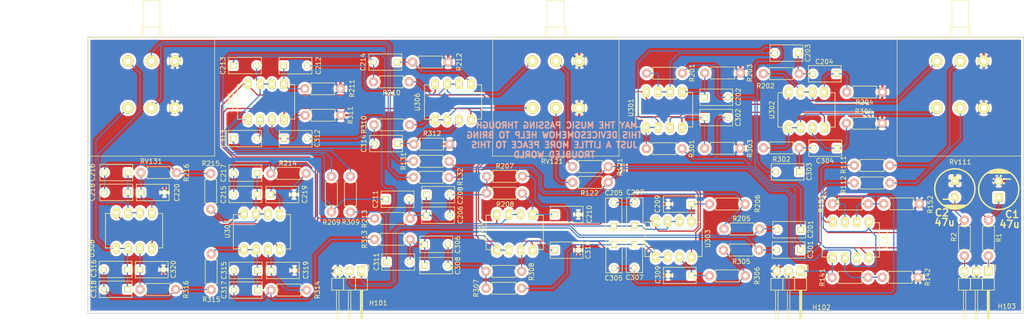
<source format=kicad_pcb>
(kicad_pcb (version 4) (host pcbnew 4.0.2-stable)
  (title_block (title Isolateur) (date 2016-04-11) (rev Rev-A) (company D&D))
  (layers (0 F.Cu signal) (31 B.Cu signal) (34 B.Paste user) (35 F.Paste user) (36 B.SilkS user) (37 F.SilkS user) (38 B.Mask user) (39 F.Mask user) (44 Edge.Cuts user))
  (net 0 "")
  (net 1 V+)
  (net 2 GND)
  (net 3 V-)
  (net 4 "Net-(C201-Pad1)")
  (net 5 /Left_in)
  (net 6 "Net-(C202-Pad1)")
  (net 7 "Net-(C203-Pad1)")
  (net 8 "Net-(C203-Pad2)")
  (net 9 "Net-(C204-Pad1)")
  (net 10 "Net-(C205-Pad1)")
  (net 11 "Net-(C205-Pad2)")
  (net 12 "Net-(C206-Pad1)")
  (net 13 "Net-(C206-Pad2)")
  (net 14 "Net-(C209-Pad1)")
  (net 15 "Net-(C210-Pad1)")
  (net 16 "Net-(C211-Pad1)")
  (net 17 "Net-(C212-Pad1)")
  (net 18 "Net-(C213-Pad1)")
  (net 19 "Net-(C213-Pad2)")
  (net 20 "Net-(C214-Pad1)")
  (net 21 "Net-(C215-Pad1)")
  (net 22 "Net-(C215-Pad2)")
  (net 23 /Right_channel/OUT_LOW)
  (net 24 "Net-(C216-Pad2)")
  (net 25 "Net-(C219-Pad1)")
  (net 26 "Net-(C220-Pad1)")
  (net 27 "Net-(C301-Pad1)")
  (net 28 /Right_in)
  (net 29 "Net-(C302-Pad1)")
  (net 30 "Net-(C303-Pad1)")
  (net 31 "Net-(C303-Pad2)")
  (net 32 "Net-(C304-Pad1)")
  (net 33 "Net-(C305-Pad1)")
  (net 34 "Net-(C305-Pad2)")
  (net 35 "Net-(C306-Pad1)")
  (net 36 "Net-(C306-Pad2)")
  (net 37 "Net-(C309-Pad1)")
  (net 38 "Net-(C310-Pad1)")
  (net 39 "Net-(C311-Pad1)")
  (net 40 "Net-(C312-Pad1)")
  (net 41 "Net-(C313-Pad1)")
  (net 42 "Net-(C313-Pad2)")
  (net 43 "Net-(C314-Pad1)")
  (net 44 "Net-(C315-Pad1)")
  (net 45 "Net-(C315-Pad2)")
  (net 46 /Left_channel/OUT_LOW)
  (net 47 "Net-(C316-Pad2)")
  (net 48 "Net-(C319-Pad1)")
  (net 49 "Net-(C320-Pad1)")
  (net 50 "Net-(H103-Pad1)")
  (net 51 "Net-(R111-Pad1)")
  (net 52 "Net-(R111-Pad2)")
  (net 53 "Net-(R112-Pad1)")
  (net 54 "Net-(R112-Pad2)")
  (net 55 "Net-(R121-Pad2)")
  (net 56 "Net-(R122-Pad2)")
  (net 57 "Net-(R131-Pad2)")
  (net 58 "Net-(R132-Pad2)")
  (net 59 "Net-(R141-Pad2)")
  (net 60 "Net-(R151-Pad2)")
  (net 61 /Right_channel/OUT_HIGH)
  (net 62 /Right_channel/OUT_MID)
  (net 63 /Left_channel/OUT_HIGH)
  (net 64 /Left_channel/OUT_MID)
  (net 65 /Right_output)
  (net 66 /Left_output)
  (net 67 "Net-(H103-Pad3)")
  (module Potentiometer_ALPS_RK27112A0A16 (layer F.Cu) (at 63.62 75.13 90)
    (fp_text reference RV131 (at -11.41 -0.08 180) (layer F.SilkS))
    (fp_text value 100K)
    (pad 4 thru_hole circle (at 0 -5 180) (size 2.5 2.5) (drill 1.2) (layers *.Cu *.Mask F.SilkS) (net 46 /Left_channel/OUT_LOW))
    (pad 5 thru_hole circle (at 0 0 180) (size 2.5 2.5) (drill 1.2) (layers *.Cu *.Mask F.SilkS) (net 58 "Net-(R132-Pad2)"))
    (pad 6 thru_hole circle (at 0 5 180) (size 2.5 2.5) (drill 1.2) (layers *.Cu *.Mask F.SilkS) (net 2 GND))
    (pad 3 thru_hole circle (at 10 5 180) (size 2.5 2.5) (drill 1.2) (layers *.Cu *.Mask F.SilkS) (net 2 GND))
    (pad 2 thru_hole circle (at 10 0 180) (size 2.5 2.5) (drill 1.2) (layers *.Cu *.Mask F.SilkS) (net 57 "Net-(R131-Pad2)"))
    (pad 1 thru_hole circle (at 10 -5 180) (size 2.5 2.5) (drill 1.2) (layers *.Cu *.Mask F.SilkS) (net 23 /Right_channel/OUT_LOW))
  )
  (module Potentiometer_ALPS_RK27112A0A16 (layer F.Cu) (at 236.44 75.13 90)
    (fp_text reference RV111 (at -11.57 -0.02 180) (layer F.SilkS))
    (fp_text value 100K)
    (pad 4 thru_hole circle (at 0 -5 180) (size 2.5 2.5) (drill 1.2) (layers *.Cu *.Mask F.SilkS) (net 63 /Left_channel/OUT_HIGH))
    (pad 5 thru_hole circle (at 0 0 180) (size 2.5 2.5) (drill 1.2) (layers *.Cu *.Mask F.SilkS) (net 54 "Net-(R112-Pad2)"))
    (pad 6 thru_hole circle (at 0 5 180) (size 2.5 2.5) (drill 1.2) (layers *.Cu *.Mask F.SilkS) (net 2 GND))
    (pad 3 thru_hole circle (at 10 5 180) (size 2.5 2.5) (drill 1.2) (layers *.Cu *.Mask F.SilkS) (net 2 GND))
    (pad 2 thru_hole circle (at 10 0 180) (size 2.5 2.5) (drill 1.2) (layers *.Cu *.Mask F.SilkS) (net 52 "Net-(R111-Pad2)"))
    (pad 1 thru_hole circle (at 10 -5 180) (size 2.5 2.5) (drill 1.2) (layers *.Cu *.Mask F.SilkS) (net 61 /Right_channel/OUT_HIGH))
  )
  (module Potentiometer_ALPS_RK27112A0A16 (layer F.Cu) (at 150.03 75.13 90)
    (fp_text reference RV121 (at -11.42 -0.83 180) (layer F.SilkS))
    (fp_text value 100K)
    (pad 4 thru_hole circle (at 0 -5 180) (size 2.5 2.5) (drill 1.2) (layers *.Cu *.Mask F.SilkS) (net 64 /Left_channel/OUT_MID))
    (pad 5 thru_hole circle (at 0 0 180) (size 2.5 2.5) (drill 1.2) (layers *.Cu *.Mask F.SilkS) (net 56 "Net-(R122-Pad2)"))
    (pad 6 thru_hole circle (at 0 5 180) (size 2.5 2.5) (drill 1.2) (layers *.Cu *.Mask F.SilkS) (net 2 GND))
    (pad 3 thru_hole circle (at 10 5 180) (size 2.5 2.5) (drill 1.2) (layers *.Cu *.Mask F.SilkS) (net 2 GND))
    (pad 2 thru_hole circle (at 10 0 180) (size 2.5 2.5) (drill 1.2) (layers *.Cu *.Mask F.SilkS) (net 55 "Net-(R121-Pad2)"))
    (pad 1 thru_hole circle (at 10 -5 180) (size 2.5 2.5) (drill 1.2) (layers *.Cu *.Mask F.SilkS) (net 62 /Right_channel/OUT_MID))
  )
  (module w_capacitors:CP_8x11.5mm (layer F.Cu) (at 244.65 92.53)
    (fp_text reference C1 (at 2.86 5.35 180) (layer F.SilkS) (effects (font (thickness 0.3048))))
    (fp_text value 47u (at 2.32 7.45 180) (layer F.SilkS) (effects (font (thickness 0.3048))))
    (pad 1 thru_hole rect (at 0 1.75) (size 1.8 1.8) (drill 0.8) (layers *.Cu *.Mask F.SilkS) (net 1 V+))
    (pad 2 thru_hole circle (at 0 -1.75) (size 1.8 1.8) (drill 0.8) (layers *.Cu *.Mask F.SilkS) (net 2 GND))
  )
  (module w_capacitors:CP_8x11.5mm (layer F.Cu) (at 235.28 92.43 180)
    (fp_text reference C2 (at 2.77 -5.09 360) (layer F.SilkS) (effects (font (thickness 0.3048))))
    (fp_text value 47u (at 2.2 -7.14 360) (layer F.SilkS) (effects (font (thickness 0.3048))))
    (pad 1 thru_hole rect (at 0 1.75 180) (size 1.8 1.8) (drill 0.8) (layers *.Cu *.Mask F.SilkS) (net 2 GND))
    (pad 2 thru_hole circle (at 0 -1.75 180) (size 1.8 1.8) (drill 0.8) (layers *.Cu *.Mask F.SilkS) (net 3 V-))
  )
  (module Capacitors_ThroughHole:C_Rect_L7_W3.5_P5 (layer F.Cu) (at 202.38 101.15 180)
    (fp_text reference C201 (at -2.05 0.08 270) (layer F.SilkS))
    (fp_text value 3n3)
    (pad 1 thru_hole rect (at 0 0 180) (size 1.3 1.3) (drill 0.8) (layers *.Cu *.Mask F.SilkS) (net 4 "Net-(C201-Pad1)"))
    (pad 2 thru_hole circle (at 5 0 180) (size 1.3 1.3) (drill 0.8) (layers *.Cu *.Mask F.SilkS) (net 5 /Left_in))
  )
  (module Capacitors_ThroughHole:C_Rect_L7_W3.5_P5 (layer F.Cu) (at 181.81 72.85)
    (fp_text reference C202 (at 7.21 -0.07 90) (layer F.SilkS))
    (fp_text value 3n3)
    (pad 1 thru_hole rect (at 0 0) (size 1.3 1.3) (drill 0.8) (layers *.Cu *.Mask F.SilkS) (net 6 "Net-(C202-Pad1)"))
    (pad 2 thru_hole circle (at 5 0) (size 1.3 1.3) (drill 0.8) (layers *.Cu *.Mask F.SilkS) (net 4 "Net-(C201-Pad1)"))
  )
  (module Capacitors_ThroughHole:C_Rect_L7_W3.5_P5 (layer F.Cu) (at 201.79 63.41 180)
    (fp_text reference C203 (at -2.07 0 270) (layer F.SilkS))
    (fp_text value 3n3)
    (pad 1 thru_hole rect (at 0 0 180) (size 1.3 1.3) (drill 0.8) (layers *.Cu *.Mask F.SilkS) (net 7 "Net-(C203-Pad1)"))
    (pad 2 thru_hole circle (at 5 0 180) (size 1.3 1.3) (drill 0.8) (layers *.Cu *.Mask F.SilkS) (net 8 "Net-(C203-Pad2)"))
  )
  (module Capacitors_ThroughHole:C_Rect_L7_W3.5_P5 (layer F.Cu) (at 209.99 67.83 180)
    (fp_text reference C204 (at 2.61 2.58 360) (layer F.SilkS))
    (fp_text value 3n3)
    (pad 1 thru_hole rect (at 0 0 180) (size 1.3 1.3) (drill 0.8) (layers *.Cu *.Mask F.SilkS) (net 9 "Net-(C204-Pad1)"))
    (pad 2 thru_hole circle (at 5 0 180) (size 1.3 1.3) (drill 0.8) (layers *.Cu *.Mask F.SilkS) (net 7 "Net-(C203-Pad1)"))
  )
  (module Capacitors_ThroughHole:C_Rect_L7_W3.5_P5 (layer F.Cu) (at 162.39 100.36 90)
    (fp_text reference C205 (at 7.07 0.02 180) (layer F.SilkS))
    (fp_text value 3n3)
    (pad 1 thru_hole rect (at 0 0 90) (size 1.3 1.3) (drill 0.8) (layers *.Cu *.Mask F.SilkS) (net 10 "Net-(C205-Pad1)"))
    (pad 2 thru_hole circle (at 5 0 90) (size 1.3 1.3) (drill 0.8) (layers *.Cu *.Mask F.SilkS) (net 11 "Net-(C205-Pad2)"))
  )
  (module Capacitors_ThroughHole:C_Rect_L7_W3.5_P5 (layer F.Cu) (at 122.35 98.04)
    (fp_text reference C206 (at 7.27 -0.04 90) (layer F.SilkS))
    (fp_text value 3n3)
    (pad 1 thru_hole rect (at 0 0) (size 1.3 1.3) (drill 0.8) (layers *.Cu *.Mask F.SilkS) (net 12 "Net-(C206-Pad1)"))
    (pad 2 thru_hole circle (at 5 0) (size 1.3 1.3) (drill 0.8) (layers *.Cu *.Mask F.SilkS) (net 13 "Net-(C206-Pad2)"))
  )
  (module Capacitors_ThroughHole:C_Rect_L7_W3.5_P5 (layer F.Cu) (at 166.9 100.32 90)
    (fp_text reference C207 (at 7.15 0.07 180) (layer F.SilkS))
    (fp_text value 3n3)
    (pad 1 thru_hole rect (at 0 0 90) (size 1.3 1.3) (drill 0.8) (layers *.Cu *.Mask F.SilkS) (net 10 "Net-(C205-Pad1)"))
    (pad 2 thru_hole circle (at 5 0 90) (size 1.3 1.3) (drill 0.8) (layers *.Cu *.Mask F.SilkS) (net 11 "Net-(C205-Pad2)"))
  )
  (module Capacitors_ThroughHole:C_Rect_L7_W3.5_P5 (layer F.Cu) (at 122.38 93.66)
    (fp_text reference C208 (at 7.23 0.2 90) (layer F.SilkS))
    (fp_text value 3n3)
    (pad 1 thru_hole rect (at 0 0) (size 1.3 1.3) (drill 0.8) (layers *.Cu *.Mask F.SilkS) (net 12 "Net-(C206-Pad1)"))
    (pad 2 thru_hole circle (at 5 0) (size 1.3 1.3) (drill 0.8) (layers *.Cu *.Mask F.SilkS) (net 13 "Net-(C206-Pad2)"))
  )
  (module Capacitors_ThroughHole:C_Rect_L7_W3.5_P5 (layer F.Cu) (at 179.02 95.66 180)
    (fp_text reference C209 (at 7.28 0 270) (layer F.SilkS))
    (fp_text value 3n3)
    (pad 1 thru_hole rect (at 0 0 180) (size 1.3 1.3) (drill 0.8) (layers *.Cu *.Mask F.SilkS) (net 14 "Net-(C209-Pad1)"))
    (pad 2 thru_hole circle (at 5 0 180) (size 1.3 1.3) (drill 0.8) (layers *.Cu *.Mask F.SilkS) (net 2 GND))
  )
  (module Capacitors_ThroughHole:C_Rect_L7_W3.5_P5 (layer F.Cu) (at 149.82 97.89)
    (fp_text reference C210 (at 7.36 -0.05 90) (layer F.SilkS))
    (fp_text value 3n3)
    (pad 1 thru_hole rect (at 0 0) (size 1.3 1.3) (drill 0.8) (layers *.Cu *.Mask F.SilkS) (net 15 "Net-(C210-Pad1)"))
    (pad 2 thru_hole circle (at 5 0) (size 1.3 1.3) (drill 0.8) (layers *.Cu *.Mask F.SilkS) (net 2 GND))
  )
  (module Capacitors_ThroughHole:C_Rect_L7_W3.5_P5 (layer F.Cu) (at 113.69 94.63)
    (fp_text reference C211 (at -2.23 0.04 90) (layer F.SilkS))
    (fp_text value 33n)
    (pad 1 thru_hole rect (at 0 0) (size 1.3 1.3) (drill 0.8) (layers *.Cu *.Mask F.SilkS) (net 16 "Net-(C211-Pad1)"))
    (pad 2 thru_hole circle (at 5 0) (size 1.3 1.3) (drill 0.8) (layers *.Cu *.Mask F.SilkS) (net 12 "Net-(C206-Pad1)"))
  )
  (module Capacitors_ThroughHole:C_Rect_L7_W3.5_P5 (layer F.Cu) (at 91.89 66.11)
    (fp_text reference C212 (at 7.39 -0.01 90) (layer F.SilkS))
    (fp_text value 33n)
    (pad 1 thru_hole rect (at 0 0) (size 1.3 1.3) (drill 0.8) (layers *.Cu *.Mask F.SilkS) (net 17 "Net-(C212-Pad1)"))
    (pad 2 thru_hole circle (at 5 0) (size 1.3 1.3) (drill 0.8) (layers *.Cu *.Mask F.SilkS) (net 16 "Net-(C211-Pad1)"))
  )
  (module Capacitors_ThroughHole:C_Rect_L7_W3.5_P5 (layer F.Cu) (at 81.09 66.07)
    (fp_text reference C213 (at -2.19 0.03 90) (layer F.SilkS))
    (fp_text value 33n)
    (pad 1 thru_hole rect (at 0 0) (size 1.3 1.3) (drill 0.8) (layers *.Cu *.Mask F.SilkS) (net 18 "Net-(C213-Pad1)"))
    (pad 2 thru_hole circle (at 5 0) (size 1.3 1.3) (drill 0.8) (layers *.Cu *.Mask F.SilkS) (net 19 "Net-(C213-Pad2)"))
  )
  (module Capacitors_ThroughHole:C_Rect_L7_W3.5_P5 (layer F.Cu) (at 116.09 65.33 180)
    (fp_text reference C214 (at 7.25 0.01 270) (layer F.SilkS))
    (fp_text value 33n)
    (pad 1 thru_hole rect (at 0 0 180) (size 1.3 1.3) (drill 0.8) (layers *.Cu *.Mask F.SilkS) (net 20 "Net-(C214-Pad1)"))
    (pad 2 thru_hole circle (at 5 0 180) (size 1.3 1.3) (drill 0.8) (layers *.Cu *.Mask F.SilkS) (net 18 "Net-(C213-Pad1)"))
  )
  (module Capacitors_ThroughHole:C_Rect_L7_W3.5_P5 (layer F.Cu) (at 86.19 93.62 180)
    (fp_text reference C215 (at 7.2 -0.04 270) (layer F.SilkS))
    (fp_text value 33n)
    (pad 1 thru_hole rect (at 0 0 180) (size 1.3 1.3) (drill 0.8) (layers *.Cu *.Mask F.SilkS) (net 21 "Net-(C215-Pad1)"))
    (pad 2 thru_hole circle (at 5 0 180) (size 1.3 1.3) (drill 0.8) (layers *.Cu *.Mask F.SilkS) (net 22 "Net-(C215-Pad2)"))
  )
  (module Capacitors_ThroughHole:C_Rect_L7_W3.5_P5 (layer F.Cu) (at 58.61 88.93 180)
    (fp_text reference C216 (at 7.62 0 270) (layer F.SilkS))
    (fp_text value 33n)
    (pad 1 thru_hole rect (at 0 0 180) (size 1.3 1.3) (drill 0.8) (layers *.Cu *.Mask F.SilkS) (net 23 /Right_channel/OUT_LOW))
    (pad 2 thru_hole circle (at 5 0 180) (size 1.3 1.3) (drill 0.8) (layers *.Cu *.Mask F.SilkS) (net 24 "Net-(C216-Pad2)"))
  )
  (module Capacitors_ThroughHole:C_Rect_L7_W3.5_P5 (layer F.Cu) (at 86.19 89.06 180)
    (fp_text reference C217 (at 7.18 -0.02 270) (layer F.SilkS))
    (fp_text value 33n)
    (pad 1 thru_hole rect (at 0 0 180) (size 1.3 1.3) (drill 0.8) (layers *.Cu *.Mask F.SilkS) (net 21 "Net-(C215-Pad1)"))
    (pad 2 thru_hole circle (at 5 0 180) (size 1.3 1.3) (drill 0.8) (layers *.Cu *.Mask F.SilkS) (net 22 "Net-(C215-Pad2)"))
  )
  (module Capacitors_ThroughHole:C_Rect_L7_W3.5_P5 (layer F.Cu) (at 58.61 93.17 180)
    (fp_text reference C218 (at 7.62 0.03 270) (layer F.SilkS))
    (fp_text value 33n)
    (pad 1 thru_hole rect (at 0 0 180) (size 1.3 1.3) (drill 0.8) (layers *.Cu *.Mask F.SilkS) (net 23 /Right_channel/OUT_LOW))
    (pad 2 thru_hole circle (at 5 0 180) (size 1.3 1.3) (drill 0.8) (layers *.Cu *.Mask F.SilkS) (net 24 "Net-(C216-Pad2)"))
  )
  (module Capacitors_ThroughHole:C_Rect_L7_W3.5_P5 (layer F.Cu) (at 89.08 93.63)
    (fp_text reference C219 (at 7.28 -0.02 90) (layer F.SilkS))
    (fp_text value 33n)
    (pad 1 thru_hole rect (at 0 0) (size 1.3 1.3) (drill 0.8) (layers *.Cu *.Mask F.SilkS) (net 25 "Net-(C219-Pad1)"))
    (pad 2 thru_hole circle (at 5 0) (size 1.3 1.3) (drill 0.8) (layers *.Cu *.Mask F.SilkS) (net 2 GND))
  )
  (module Capacitors_ThroughHole:C_Rect_L7_W3.5_P5 (layer F.Cu) (at 61.4 93.19)
    (fp_text reference C220 (at 7.66 0.02 90) (layer F.SilkS))
    (fp_text value 33n)
    (pad 1 thru_hole rect (at 0 0) (size 1.3 1.3) (drill 0.8) (layers *.Cu *.Mask F.SilkS) (net 26 "Net-(C220-Pad1)"))
    (pad 2 thru_hole circle (at 5 0) (size 1.3 1.3) (drill 0.8) (layers *.Cu *.Mask F.SilkS) (net 2 GND))
  )
  (module Capacitors_ThroughHole:C_Rect_L7_W3.5_P5 (layer F.Cu) (at 202.27 105.49 180)
    (fp_text reference C301 (at -2.16 0.07 270) (layer F.SilkS))
    (fp_text value 3n3)
    (pad 1 thru_hole rect (at 0 0 180) (size 1.3 1.3) (drill 0.8) (layers *.Cu *.Mask F.SilkS) (net 27 "Net-(C301-Pad1)"))
    (pad 2 thru_hole circle (at 5 0 180) (size 1.3 1.3) (drill 0.8) (layers *.Cu *.Mask F.SilkS) (net 28 /Right_in))
  )
  (module Capacitors_ThroughHole:C_Rect_L7_W3.5_P5 (layer F.Cu) (at 181.78 77.19)
    (fp_text reference C302 (at 7.2 0 90) (layer F.SilkS))
    (fp_text value 3n3)
    (pad 1 thru_hole rect (at 0 0) (size 1.3 1.3) (drill 0.8) (layers *.Cu *.Mask F.SilkS) (net 29 "Net-(C302-Pad1)"))
    (pad 2 thru_hole circle (at 5 0) (size 1.3 1.3) (drill 0.8) (layers *.Cu *.Mask F.SilkS) (net 27 "Net-(C301-Pad1)"))
  )
  (module Capacitors_ThroughHole:C_Rect_L7_W3.5_P5 (layer F.Cu) (at 202.06 88.79 180)
    (fp_text reference C303 (at -2.09 0.04 270) (layer F.SilkS))
    (fp_text value 3n3)
    (pad 1 thru_hole rect (at 0 0 180) (size 1.3 1.3) (drill 0.8) (layers *.Cu *.Mask F.SilkS) (net 30 "Net-(C303-Pad1)"))
    (pad 2 thru_hole circle (at 5 0 180) (size 1.3 1.3) (drill 0.8) (layers *.Cu *.Mask F.SilkS) (net 31 "Net-(C303-Pad2)"))
  )
  (module Capacitors_ThroughHole:C_Rect_L7_W3.5_P5 (layer F.Cu) (at 210.09 83.73 180)
    (fp_text reference C304 (at 2.57 -2.71 360) (layer F.SilkS))
    (fp_text value 3n3)
    (pad 1 thru_hole rect (at 0 0 180) (size 1.3 1.3) (drill 0.8) (layers *.Cu *.Mask F.SilkS) (net 32 "Net-(C304-Pad1)"))
    (pad 2 thru_hole circle (at 5 0 180) (size 1.3 1.3) (drill 0.8) (layers *.Cu *.Mask F.SilkS) (net 30 "Net-(C303-Pad1)"))
  )
  (module Capacitors_ThroughHole:C_Rect_L7_W3.5_P5 (layer F.Cu) (at 162.45 104.36 270)
    (fp_text reference C305 (at 7.13 0.08 360) (layer F.SilkS))
    (fp_text value 3n3)
    (pad 1 thru_hole rect (at 0 0 270) (size 1.3 1.3) (drill 0.8) (layers *.Cu *.Mask F.SilkS) (net 33 "Net-(C305-Pad1)"))
    (pad 2 thru_hole circle (at 5 0 270) (size 1.3 1.3) (drill 0.8) (layers *.Cu *.Mask F.SilkS) (net 34 "Net-(C305-Pad2)"))
  )
  (module Capacitors_ThroughHole:C_Rect_L7_W3.5_P5 (layer F.Cu) (at 121.99 104.28)
    (fp_text reference C306 (at 7.05 0.08 90) (layer F.SilkS))
    (fp_text value 3n3)
    (pad 1 thru_hole rect (at 0 0) (size 1.3 1.3) (drill 0.8) (layers *.Cu *.Mask F.SilkS) (net 35 "Net-(C306-Pad1)"))
    (pad 2 thru_hole circle (at 5 0) (size 1.3 1.3) (drill 0.8) (layers *.Cu *.Mask F.SilkS) (net 36 "Net-(C306-Pad2)"))
  )
  (module Capacitors_ThroughHole:C_Rect_L7_W3.5_P5 (layer F.Cu) (at 166.82 104.3 270)
    (fp_text reference C307 (at 7.06 -0.03 360) (layer F.SilkS))
    (fp_text value 3n3)
    (pad 1 thru_hole rect (at 0 0 270) (size 1.3 1.3) (drill 0.8) (layers *.Cu *.Mask F.SilkS) (net 33 "Net-(C305-Pad1)"))
    (pad 2 thru_hole circle (at 5 0 270) (size 1.3 1.3) (drill 0.8) (layers *.Cu *.Mask F.SilkS) (net 34 "Net-(C305-Pad2)"))
  )
  (module Capacitors_ThroughHole:C_Rect_L7_W3.5_P5 (layer F.Cu) (at 121.94 108.82)
    (fp_text reference C308 (at 7.12 0.04 90) (layer F.SilkS))
    (fp_text value 3n3)
    (pad 1 thru_hole rect (at 0 0) (size 1.3 1.3) (drill 0.8) (layers *.Cu *.Mask F.SilkS) (net 35 "Net-(C306-Pad1)"))
    (pad 2 thru_hole circle (at 5 0) (size 1.3 1.3) (drill 0.8) (layers *.Cu *.Mask F.SilkS) (net 36 "Net-(C306-Pad2)"))
  )
  (module Capacitors_ThroughHole:C_Rect_L7_W3.5_P5 (layer F.Cu) (at 179.01 110.92 180)
    (fp_text reference C309 (at 7.17 0.15 270) (layer F.SilkS))
    (fp_text value 3n3)
    (pad 1 thru_hole rect (at 0 0 180) (size 1.3 1.3) (drill 0.8) (layers *.Cu *.Mask F.SilkS) (net 37 "Net-(C309-Pad1)"))
    (pad 2 thru_hole circle (at 5 0 180) (size 1.3 1.3) (drill 0.8) (layers *.Cu *.Mask F.SilkS) (net 2 GND))
  )
  (module Capacitors_ThroughHole:C_Rect_L7_W3.5_P5 (layer F.Cu) (at 149.82 105.52)
    (fp_text reference C310 (at 7.08 -0.01 90) (layer F.SilkS))
    (fp_text value 3n3)
    (pad 1 thru_hole rect (at 0 0) (size 1.3 1.3) (drill 0.8) (layers *.Cu *.Mask F.SilkS) (net 38 "Net-(C310-Pad1)"))
    (pad 2 thru_hole circle (at 5 0) (size 1.3 1.3) (drill 0.8) (layers *.Cu *.Mask F.SilkS) (net 2 GND))
  )
  (module Capacitors_ThroughHole:C_Rect_L7_W3.5_P5 (layer F.Cu) (at 113.83 108.06)
    (fp_text reference C311 (at -2.14 -0.06 90) (layer F.SilkS))
    (fp_text value 33n)
    (pad 1 thru_hole rect (at 0 0) (size 1.3 1.3) (drill 0.8) (layers *.Cu *.Mask F.SilkS) (net 39 "Net-(C311-Pad1)"))
    (pad 2 thru_hole circle (at 5 0) (size 1.3 1.3) (drill 0.8) (layers *.Cu *.Mask F.SilkS) (net 35 "Net-(C306-Pad1)"))
  )
  (module Capacitors_ThroughHole:C_Rect_L7_W3.5_P5 (layer F.Cu) (at 91.93 81.7)
    (fp_text reference C312 (at 7.11 -0.06 90) (layer F.SilkS))
    (fp_text value 33n)
    (pad 1 thru_hole rect (at 0 0) (size 1.3 1.3) (drill 0.8) (layers *.Cu *.Mask F.SilkS) (net 40 "Net-(C312-Pad1)"))
    (pad 2 thru_hole circle (at 5 0) (size 1.3 1.3) (drill 0.8) (layers *.Cu *.Mask F.SilkS) (net 39 "Net-(C311-Pad1)"))
  )
  (module Capacitors_ThroughHole:C_Rect_L7_W3.5_P5 (layer F.Cu) (at 81.1 81.67)
    (fp_text reference C313 (at -2.08 0 90) (layer F.SilkS))
    (fp_text value 33n)
    (pad 1 thru_hole rect (at 0 0) (size 1.3 1.3) (drill 0.8) (layers *.Cu *.Mask F.SilkS) (net 41 "Net-(C313-Pad1)"))
    (pad 2 thru_hole circle (at 5 0) (size 1.3 1.3) (drill 0.8) (layers *.Cu *.Mask F.SilkS) (net 42 "Net-(C313-Pad2)"))
  )
  (module Capacitors_ThroughHole:C_Rect_L7_W3.5_P5 (layer F.Cu) (at 116.25 82.74 180)
    (fp_text reference C314 (at 7.25 0 270) (layer F.SilkS))
    (fp_text value 33n)
    (pad 1 thru_hole rect (at 0 0 180) (size 1.3 1.3) (drill 0.8) (layers *.Cu *.Mask F.SilkS) (net 43 "Net-(C314-Pad1)"))
    (pad 2 thru_hole circle (at 5 0 180) (size 1.3 1.3) (drill 0.8) (layers *.Cu *.Mask F.SilkS) (net 41 "Net-(C313-Pad1)"))
  )
  (module Capacitors_ThroughHole:C_Rect_L7_W3.5_P5 (layer F.Cu) (at 86.24 109.84 180)
    (fp_text reference C315 (at 7.13 -0.04 270) (layer F.SilkS))
    (fp_text value 33n)
    (pad 1 thru_hole rect (at 0 0 180) (size 1.3 1.3) (drill 0.8) (layers *.Cu *.Mask F.SilkS) (net 44 "Net-(C315-Pad1)"))
    (pad 2 thru_hole circle (at 5 0 180) (size 1.3 1.3) (drill 0.8) (layers *.Cu *.Mask F.SilkS) (net 45 "Net-(C315-Pad2)"))
  )
  (module Capacitors_ThroughHole:C_Rect_L7_W3.5_P5 (layer F.Cu) (at 58.46 109.64 180)
    (fp_text reference C316 (at 7.164999 0.19 270) (layer F.SilkS))
    (fp_text value 33n)
    (pad 1 thru_hole rect (at 0 0 180) (size 1.3 1.3) (drill 0.8) (layers *.Cu *.Mask F.SilkS) (net 46 /Left_channel/OUT_LOW))
    (pad 2 thru_hole circle (at 5 0 180) (size 1.3 1.3) (drill 0.8) (layers *.Cu *.Mask F.SilkS) (net 47 "Net-(C316-Pad2)"))
  )
  (module Capacitors_ThroughHole:C_Rect_L7_W3.5_P5 (layer F.Cu) (at 86.25 114.05 180)
    (fp_text reference C317 (at 7.13 0.04 270) (layer F.SilkS))
    (fp_text value 33n)
    (pad 1 thru_hole rect (at 0 0 180) (size 1.3 1.3) (drill 0.8) (layers *.Cu *.Mask F.SilkS) (net 44 "Net-(C315-Pad1)"))
    (pad 2 thru_hole circle (at 5 0 180) (size 1.3 1.3) (drill 0.8) (layers *.Cu *.Mask F.SilkS) (net 45 "Net-(C315-Pad2)"))
  )
  (module Capacitors_ThroughHole:C_Rect_L7_W3.5_P5 (layer F.Cu) (at 58.46 113.88 180)
    (fp_text reference C318 (at 7.17 0.01 270) (layer F.SilkS))
    (fp_text value 33n)
    (pad 1 thru_hole rect (at 0 0 180) (size 1.3 1.3) (drill 0.8) (layers *.Cu *.Mask F.SilkS) (net 46 /Left_channel/OUT_LOW))
    (pad 2 thru_hole circle (at 5 0 180) (size 1.3 1.3) (drill 0.8) (layers *.Cu *.Mask F.SilkS) (net 47 "Net-(C316-Pad2)"))
  )
  (module Capacitors_ThroughHole:C_Rect_L7_W3.5_P5 (layer F.Cu) (at 89.2 109.85)
    (fp_text reference C319 (at 7.4 -0.05 90) (layer F.SilkS))
    (fp_text value 33n)
    (pad 1 thru_hole rect (at 0 0) (size 1.3 1.3) (drill 0.8) (layers *.Cu *.Mask F.SilkS) (net 48 "Net-(C319-Pad1)"))
    (pad 2 thru_hole circle (at 5 0) (size 1.3 1.3) (drill 0.8) (layers *.Cu *.Mask F.SilkS) (net 2 GND))
  )
  (module Capacitors_ThroughHole:C_Rect_L7_W3.5_P5 (layer F.Cu) (at 61.18 109.68)
    (fp_text reference C320 (at 7.11 -0.05 90) (layer F.SilkS))
    (fp_text value 33n)
    (pad 1 thru_hole rect (at 0 0) (size 1.3 1.3) (drill 0.8) (layers *.Cu *.Mask F.SilkS) (net 49 "Net-(C320-Pad1)"))
    (pad 2 thru_hole circle (at 5 0) (size 1.3 1.3) (drill 0.8) (layers *.Cu *.Mask F.SilkS) (net 2 GND))
  )
  (module Pin_Headers:Pin_Header_Angled_1x03 (layer F.Cu) (at 108.49 110 270)
    (fp_text reference H101 (at 6.82 -3.59 360) (layer F.SilkS))
    (fp_text value Header_01x03)
    (pad 1 thru_hole rect (at 0 0 270) (size 2.032 1.7272) (drill 1.016) (layers *.Cu *.Mask F.SilkS) (net 5 /Left_in))
    (pad 2 thru_hole oval (at 0 2.54 270) (size 2.032 1.7272) (drill 1.016) (layers *.Cu *.Mask F.SilkS) (net 28 /Right_in))
    (pad 3 thru_hole oval (at 0 5.08 270) (size 2.032 1.7272) (drill 1.016) (layers *.Cu *.Mask F.SilkS) (net 2 GND))
  )
  (module Pin_Headers:Pin_Header_Angled_1x03 (layer F.Cu) (at 202.32 110 270)
    (fp_text reference H102 (at 7.75 -4.47 360) (layer F.SilkS))
    (fp_text value Header_01x03)
    (pad 1 thru_hole rect (at 0 0 270) (size 2.032 1.7272) (drill 1.016) (layers *.Cu *.Mask F.SilkS) (net 65 /Right_output))
    (pad 2 thru_hole oval (at 0 2.54 270) (size 2.032 1.7272) (drill 1.016) (layers *.Cu *.Mask F.SilkS) (net 66 /Left_output))
    (pad 3 thru_hole oval (at 0 5.08 270) (size 2.032 1.7272) (drill 1.016) (layers *.Cu *.Mask F.SilkS) (net 2 GND))
  )
  (module Resistors_ThroughHole:Resistor_Horizontal_RM7mm (layer F.Cu) (at 242.46 99.1 270)
    (fp_text reference R1 (at 3.77 -2.22 270) (layer F.SilkS))
    (fp_text value 100)
    (pad 1 thru_hole circle (at 0 0 270) (size 1.99898 1.99898) (drill 1.00076) (layers *.Cu *.SilkS *.Mask) (net 1 V+))
    (pad 2 thru_hole circle (at 7.62 0 270) (size 1.99898 1.99898) (drill 1.00076) (layers *.Cu *.SilkS *.Mask) (net 50 "Net-(H103-Pad1)"))
  )
  (module Resistors_ThroughHole:Resistor_Horizontal_RM7mm (layer F.Cu) (at 237.33 106.72 90)
    (fp_text reference R2 (at 4.01 -2.26 90) (layer F.SilkS))
    (fp_text value 100)
    (pad 1 thru_hole circle (at 0 0 90) (size 1.99898 1.99898) (drill 1.00076) (layers *.Cu *.SilkS *.Mask) (net 67 "Net-(H103-Pad3)"))
    (pad 2 thru_hole circle (at 7.62 0 90) (size 1.99898 1.99898) (drill 1.00076) (layers *.Cu *.SilkS *.Mask) (net 3 V-))
  )
  (module Resistors_ThroughHole:Resistor_Horizontal_RM7mm (layer F.Cu) (at 213.78 87.41)
    (fp_text reference R111 (at -2.3 -0.13 90) (layer F.SilkS))
    (fp_text value 100K)
    (pad 1 thru_hole circle (at 0 0) (size 1.99898 1.99898) (drill 1.00076) (layers *.Cu *.SilkS *.Mask) (net 51 "Net-(R111-Pad1)"))
    (pad 2 thru_hole circle (at 7.62 0) (size 1.99898 1.99898) (drill 1.00076) (layers *.Cu *.SilkS *.Mask) (net 52 "Net-(R111-Pad2)"))
  )
  (module Resistors_ThroughHole:Resistor_Horizontal_RM7mm (layer F.Cu) (at 213.78 91.16)
    (fp_text reference R112 (at -2.3 0.39 90) (layer F.SilkS))
    (fp_text value 100K)
    (pad 1 thru_hole circle (at 0 0) (size 1.99898 1.99898) (drill 1.00076) (layers *.Cu *.SilkS *.Mask) (net 53 "Net-(R112-Pad1)"))
    (pad 2 thru_hole circle (at 7.62 0) (size 1.99898 1.99898) (drill 1.00076) (layers *.Cu *.SilkS *.Mask) (net 54 "Net-(R112-Pad2)"))
  )
  (module Resistors_ThroughHole:Resistor_Horizontal_RM7mm (layer F.Cu) (at 161.22 87.66 180)
    (fp_text reference R121 (at -2.51 -0.1 270) (layer F.SilkS))
    (fp_text value 100K)
    (pad 1 thru_hole circle (at 0 0 180) (size 1.99898 1.99898) (drill 1.00076) (layers *.Cu *.SilkS *.Mask) (net 51 "Net-(R111-Pad1)"))
    (pad 2 thru_hole circle (at 7.62 0 180) (size 1.99898 1.99898) (drill 1.00076) (layers *.Cu *.SilkS *.Mask) (net 55 "Net-(R121-Pad2)"))
  )
  (module Resistors_ThroughHole:Resistor_Horizontal_RM7mm (layer F.Cu) (at 161.22 91.04 180)
    (fp_text reference R122 (at 4 -2.29 360) (layer F.SilkS))
    (fp_text value 100K)
    (pad 1 thru_hole circle (at 0 0 180) (size 1.99898 1.99898) (drill 1.00076) (layers *.Cu *.SilkS *.Mask) (net 53 "Net-(R112-Pad1)"))
    (pad 2 thru_hole circle (at 7.62 0 180) (size 1.99898 1.99898) (drill 1.00076) (layers *.Cu *.SilkS *.Mask) (net 56 "Net-(R122-Pad2)"))
  )
  (module Resistors_ThroughHole:Resistor_Horizontal_RM7mm (layer F.Cu) (at 127.21 86.53 180)
    (fp_text reference R131 (at 9.73 0.02 270) (layer F.SilkS))
    (fp_text value 100K)
    (pad 1 thru_hole circle (at 0 0 180) (size 1.99898 1.99898) (drill 1.00076) (layers *.Cu *.SilkS *.Mask) (net 51 "Net-(R111-Pad1)"))
    (pad 2 thru_hole circle (at 7.62 0 180) (size 1.99898 1.99898) (drill 1.00076) (layers *.Cu *.SilkS *.Mask) (net 57 "Net-(R131-Pad2)"))
  )
  (module Resistors_ThroughHole:Resistor_Horizontal_RM7mm (layer F.Cu) (at 127.21 89.95 180)
    (fp_text reference R132 (at -2.38 0.12 270) (layer F.SilkS))
    (fp_text value 100K)
    (pad 1 thru_hole circle (at 0 0 180) (size 1.99898 1.99898) (drill 1.00076) (layers *.Cu *.SilkS *.Mask) (net 53 "Net-(R112-Pad1)"))
    (pad 2 thru_hole circle (at 7.62 0 180) (size 1.99898 1.99898) (drill 1.00076) (layers *.Cu *.SilkS *.Mask) (net 58 "Net-(R132-Pad2)"))
  )
  (module Resistors_ThroughHole:Resistor_Horizontal_RM7mm (layer F.Cu) (at 209.09 111.34)
    (fp_text reference R141 (at -2.15 0.01 90) (layer F.SilkS))
    (fp_text value 470K)
    (pad 1 thru_hole circle (at 0 0) (size 1.99898 1.99898) (drill 1.00076) (layers *.Cu *.SilkS *.Mask) (net 65 /Right_output))
    (pad 2 thru_hole circle (at 7.62 0) (size 1.99898 1.99898) (drill 1.00076) (layers *.Cu *.SilkS *.Mask) (net 59 "Net-(R141-Pad2)"))
  )
  (module Resistors_ThroughHole:Resistor_Horizontal_RM7mm (layer F.Cu) (at 219.79 111.31)
    (fp_text reference R142 (at 9.67 -0.05 90) (layer F.SilkS))
    (fp_text value 47K)
    (pad 1 thru_hole circle (at 0 0) (size 1.99898 1.99898) (drill 1.00076) (layers *.Cu *.SilkS *.Mask) (net 59 "Net-(R141-Pad2)"))
    (pad 2 thru_hole circle (at 7.62 0) (size 1.99898 1.99898) (drill 1.00076) (layers *.Cu *.SilkS *.Mask) (net 2 GND))
  )
  (module Resistors_ThroughHole:Resistor_Horizontal_RM7mm (layer F.Cu) (at 209.13 95.64)
    (fp_text reference R151 (at -2.37 -0.05 90) (layer F.SilkS))
    (fp_text value 470K)
    (pad 1 thru_hole circle (at 0 0) (size 1.99898 1.99898) (drill 1.00076) (layers *.Cu *.SilkS *.Mask) (net 66 /Left_output))
    (pad 2 thru_hole circle (at 7.62 0) (size 1.99898 1.99898) (drill 1.00076) (layers *.Cu *.SilkS *.Mask) (net 60 "Net-(R151-Pad2)"))
  )
  (module Resistors_ThroughHole:Resistor_Horizontal_RM7mm (layer F.Cu) (at 220.08 95.61)
    (fp_text reference R152 (at 9.94 0.14 90) (layer F.SilkS))
    (fp_text value 47K)
    (pad 1 thru_hole circle (at 0 0) (size 1.99898 1.99898) (drill 1.00076) (layers *.Cu *.SilkS *.Mask) (net 60 "Net-(R151-Pad2)"))
    (pad 2 thru_hole circle (at 7.62 0) (size 1.99898 1.99898) (drill 1.00076) (layers *.Cu *.SilkS *.Mask) (net 2 GND))
  )
  (module Resistors_ThroughHole:Resistor_Horizontal_RM7mm (layer F.Cu) (at 169.45 67.71)
    (fp_text reference R201 (at 9.68 -0.05 90) (layer F.SilkS))
    (fp_text value 11K)
    (pad 1 thru_hole circle (at 0 0) (size 1.99898 1.99898) (drill 1.00076) (layers *.Cu *.SilkS *.Mask) (net 8 "Net-(C203-Pad2)"))
    (pad 2 thru_hole circle (at 7.62 0) (size 1.99898 1.99898) (drill 1.00076) (layers *.Cu *.SilkS *.Mask) (net 4 "Net-(C201-Pad1)"))
  )
  (module Resistors_ThroughHole:Resistor_Horizontal_RM7mm (layer F.Cu) (at 194.38 67.8)
    (fp_text reference R202 (at 0.44 2.65) (layer F.SilkS))
    (fp_text value 11K)
    (pad 1 thru_hole circle (at 0 0) (size 1.99898 1.99898) (drill 1.00076) (layers *.Cu *.SilkS *.Mask) (net 61 /Right_channel/OUT_HIGH))
    (pad 2 thru_hole circle (at 7.62 0) (size 1.99898 1.99898) (drill 1.00076) (layers *.Cu *.SilkS *.Mask) (net 7 "Net-(C203-Pad1)"))
  )
  (module Resistors_ThroughHole:Resistor_Horizontal_RM7mm (layer F.Cu) (at 181.85 67.66)
    (fp_text reference R203 (at 9.62 0.01 90) (layer F.SilkS))
    (fp_text value 22K)
    (pad 1 thru_hole circle (at 0 0) (size 1.99898 1.99898) (drill 1.00076) (layers *.Cu *.SilkS *.Mask) (net 6 "Net-(C202-Pad1)"))
    (pad 2 thru_hole circle (at 7.62 0) (size 1.99898 1.99898) (drill 1.00076) (layers *.Cu *.SilkS *.Mask) (net 2 GND))
  )
  (module Resistors_ThroughHole:Resistor_Horizontal_RM7mm (layer F.Cu) (at 212.19 71.73)
    (fp_text reference R204 (at 3.75 2.19) (layer F.SilkS))
    (fp_text value 22K)
    (pad 1 thru_hole circle (at 0 0) (size 1.99898 1.99898) (drill 1.00076) (layers *.Cu *.SilkS *.Mask) (net 9 "Net-(C204-Pad1)"))
    (pad 2 thru_hole circle (at 7.62 0) (size 1.99898 1.99898) (drill 1.00076) (layers *.Cu *.SilkS *.Mask) (net 2 GND))
  )
  (module Resistors_ThroughHole:Resistor_Horizontal_RM7mm (layer F.Cu) (at 185.96 100.98)
    (fp_text reference R205 (at 3.72 -2.19) (layer F.SilkS))
    (fp_text value 11K)
    (pad 1 thru_hole circle (at 0 0) (size 1.99898 1.99898) (drill 1.00076) (layers *.Cu *.SilkS *.Mask) (net 11 "Net-(C205-Pad2)"))
    (pad 2 thru_hole circle (at 7.62 0) (size 1.99898 1.99898) (drill 1.00076) (layers *.Cu *.SilkS *.Mask) (net 5 /Left_in))
  )
  (module Resistors_ThroughHole:Resistor_Horizontal_RM7mm (layer F.Cu) (at 182.86 95.66)
    (fp_text reference R206 (at 10.26 -0.09 90) (layer F.SilkS))
    (fp_text value 11K)
    (pad 1 thru_hole circle (at 0 0) (size 1.99898 1.99898) (drill 1.00076) (layers *.Cu *.SilkS *.Mask) (net 14 "Net-(C209-Pad1)"))
    (pad 2 thru_hole circle (at 7.62 0) (size 1.99898 1.99898) (drill 1.00076) (layers *.Cu *.SilkS *.Mask) (net 11 "Net-(C205-Pad2)"))
  )
  (module Resistors_ThroughHole:Resistor_Horizontal_RM7mm (layer F.Cu) (at 135.27 89.75)
    (fp_text reference R207 (at 3.83 -2.17 180) (layer F.SilkS))
    (fp_text value 11K)
    (pad 1 thru_hole circle (at 0 0) (size 1.99898 1.99898) (drill 1.00076) (layers *.Cu *.SilkS *.Mask) (net 13 "Net-(C206-Pad2)"))
    (pad 2 thru_hole circle (at 7.62 0) (size 1.99898 1.99898) (drill 1.00076) (layers *.Cu *.SilkS *.Mask) (net 10 "Net-(C205-Pad1)"))
  )
  (module Resistors_ThroughHole:Resistor_Horizontal_RM7mm (layer F.Cu) (at 142.85 93.35 180)
    (fp_text reference R208 (at 3.66 -2.38 360) (layer F.SilkS))
    (fp_text value 11K)
    (pad 1 thru_hole circle (at 0 0 180) (size 1.99898 1.99898) (drill 1.00076) (layers *.Cu *.SilkS *.Mask) (net 15 "Net-(C210-Pad1)"))
    (pad 2 thru_hole circle (at 7.62 0 180) (size 1.99898 1.99898) (drill 1.00076) (layers *.Cu *.SilkS *.Mask) (net 13 "Net-(C206-Pad2)"))
  )
  (module Resistors_ThroughHole:Resistor_Horizontal_RM7mm (layer F.Cu) (at 102.07 89.74 270)
    (fp_text reference R209 (at 9.84 -0.03 360) (layer F.SilkS))
    (fp_text value 11K)
    (pad 1 thru_hole circle (at 0 0 270) (size 1.99898 1.99898) (drill 1.00076) (layers *.Cu *.SilkS *.Mask) (net 19 "Net-(C213-Pad2)"))
    (pad 2 thru_hole circle (at 7.62 0 270) (size 1.99898 1.99898) (drill 1.00076) (layers *.Cu *.SilkS *.Mask) (net 16 "Net-(C211-Pad1)"))
  )
  (module Resistors_ThroughHole:Resistor_Horizontal_RM7mm (layer F.Cu) (at 118.68 69.55 180)
    (fp_text reference R210 (at 3.76 -2.35 180) (layer F.SilkS))
    (fp_text value 11K)
    (pad 1 thru_hole circle (at 0 0 180) (size 1.99898 1.99898) (drill 1.00076) (layers *.Cu *.SilkS *.Mask) (net 62 /Right_channel/OUT_MID))
    (pad 2 thru_hole circle (at 7.62 0 180) (size 1.99898 1.99898) (drill 1.00076) (layers *.Cu *.SilkS *.Mask) (net 18 "Net-(C213-Pad1)"))
  )
  (module Resistors_ThroughHole:Resistor_Horizontal_RM7mm (layer F.Cu) (at 96.39 71.04)
    (fp_text reference R211 (at 10.08 -0.08 90) (layer F.SilkS))
    (fp_text value 22K)
    (pad 1 thru_hole circle (at 0 0) (size 1.99898 1.99898) (drill 1.00076) (layers *.Cu *.SilkS *.Mask) (net 17 "Net-(C212-Pad1)"))
    (pad 2 thru_hole circle (at 7.62 0) (size 1.99898 1.99898) (drill 1.00076) (layers *.Cu *.SilkS *.Mask) (net 2 GND))
  )
  (module Resistors_ThroughHole:Resistor_Horizontal_RM7mm (layer F.Cu) (at 119.4 65.33)
    (fp_text reference R212 (at 9.96 -0.03 90) (layer F.SilkS))
    (fp_text value 22K)
    (pad 1 thru_hole circle (at 0 0) (size 1.99898 1.99898) (drill 1.00076) (layers *.Cu *.SilkS *.Mask) (net 20 "Net-(C214-Pad1)"))
    (pad 2 thru_hole circle (at 7.62 0) (size 1.99898 1.99898) (drill 1.00076) (layers *.Cu *.SilkS *.Mask) (net 2 GND))
  )
  (module Resistors_ThroughHole:Resistor_Horizontal_RM7mm (layer F.Cu) (at 111.27 98.74)
    (fp_text reference R213 (at -2.11 0.1 90) (layer F.SilkS))
    (fp_text value 11K)
    (pad 1 thru_hole circle (at 0 0) (size 1.99898 1.99898) (drill 1.00076) (layers *.Cu *.SilkS *.Mask) (net 22 "Net-(C215-Pad2)"))
    (pad 2 thru_hole circle (at 7.62 0) (size 1.99898 1.99898) (drill 1.00076) (layers *.Cu *.SilkS *.Mask) (net 12 "Net-(C206-Pad1)"))
  )
  (module Resistors_ThroughHole:Resistor_Horizontal_RM7mm (layer F.Cu) (at 96.71 89.11 180)
    (fp_text reference R214 (at 3.96 2.16 360) (layer F.SilkS))
    (fp_text value 11K)
    (pad 1 thru_hole circle (at 0 0 180) (size 1.99898 1.99898) (drill 1.00076) (layers *.Cu *.SilkS *.Mask) (net 25 "Net-(C219-Pad1)"))
    (pad 2 thru_hole circle (at 7.62 0 180) (size 1.99898 1.99898) (drill 1.00076) (layers *.Cu *.SilkS *.Mask) (net 22 "Net-(C215-Pad2)"))
  )
  (module Resistors_ThroughHole:Resistor_Horizontal_RM7mm (layer F.Cu) (at 76.28 89.14 270)
    (fp_text reference R215 (at -2.14 0 360) (layer F.SilkS))
    (fp_text value 11K)
    (pad 1 thru_hole circle (at 0 0 270) (size 1.99898 1.99898) (drill 1.00076) (layers *.Cu *.SilkS *.Mask) (net 24 "Net-(C216-Pad2)"))
    (pad 2 thru_hole circle (at 7.62 0 270) (size 1.99898 1.99898) (drill 1.00076) (layers *.Cu *.SilkS *.Mask) (net 21 "Net-(C215-Pad1)"))
  )
  (module Resistors_ThroughHole:Resistor_Horizontal_RM7mm (layer F.Cu) (at 61.39 88.95)
    (fp_text reference R216 (at 9.7 0.02988 90) (layer F.SilkS))
    (fp_text value 11K)
    (pad 1 thru_hole circle (at 0 0) (size 1.99898 1.99898) (drill 1.00076) (layers *.Cu *.SilkS *.Mask) (net 26 "Net-(C220-Pad1)"))
    (pad 2 thru_hole circle (at 7.62 0) (size 1.99898 1.99898) (drill 1.00076) (layers *.Cu *.SilkS *.Mask) (net 24 "Net-(C216-Pad2)"))
  )
  (module Resistors_ThroughHole:Resistor_Horizontal_RM7mm (layer F.Cu) (at 169.36 83.84)
    (fp_text reference R301 (at 9.68 0 90) (layer F.SilkS))
    (fp_text value 11K)
    (pad 1 thru_hole circle (at 0 0) (size 1.99898 1.99898) (drill 1.00076) (layers *.Cu *.SilkS *.Mask) (net 31 "Net-(C303-Pad2)"))
    (pad 2 thru_hole circle (at 7.62 0) (size 1.99898 1.99898) (drill 1.00076) (layers *.Cu *.SilkS *.Mask) (net 27 "Net-(C301-Pad1)"))
  )
  (module Resistors_ThroughHole:Resistor_Horizontal_RM7mm (layer F.Cu) (at 194.39 83.66)
    (fp_text reference R302 (at 3.83 2.44) (layer F.SilkS))
    (fp_text value 11K)
    (pad 1 thru_hole circle (at 0 0) (size 1.99898 1.99898) (drill 1.00076) (layers *.Cu *.SilkS *.Mask) (net 63 /Left_channel/OUT_HIGH))
    (pad 2 thru_hole circle (at 7.62 0) (size 1.99898 1.99898) (drill 1.00076) (layers *.Cu *.SilkS *.Mask) (net 30 "Net-(C303-Pad1)"))
  )
  (module Resistors_ThroughHole:Resistor_Horizontal_RM7mm (layer F.Cu) (at 181.8 83.75)
    (fp_text reference R303 (at 9.71 0.04 90) (layer F.SilkS))
    (fp_text value 22K)
    (pad 1 thru_hole circle (at 0 0) (size 1.99898 1.99898) (drill 1.00076) (layers *.Cu *.SilkS *.Mask) (net 29 "Net-(C302-Pad1)"))
    (pad 2 thru_hole circle (at 7.62 0) (size 1.99898 1.99898) (drill 1.00076) (layers *.Cu *.SilkS *.Mask) (net 2 GND))
  )
  (module Resistors_ThroughHole:Resistor_Horizontal_RM7mm (layer F.Cu) (at 212.13 78.41)
    (fp_text reference R304 (at 3.7 -2.54) (layer F.SilkS))
    (fp_text value 22K)
    (pad 1 thru_hole circle (at 0 0) (size 1.99898 1.99898) (drill 1.00076) (layers *.Cu *.SilkS *.Mask) (net 32 "Net-(C304-Pad1)"))
    (pad 2 thru_hole circle (at 7.62 0) (size 1.99898 1.99898) (drill 1.00076) (layers *.Cu *.SilkS *.Mask) (net 2 GND))
  )
  (module Resistors_ThroughHole:Resistor_Horizontal_RM7mm (layer F.Cu) (at 185.81 105.5)
    (fp_text reference R305 (at 3.83 2.45) (layer F.SilkS))
    (fp_text value 11K)
    (pad 1 thru_hole circle (at 0 0) (size 1.99898 1.99898) (drill 1.00076) (layers *.Cu *.SilkS *.Mask) (net 34 "Net-(C305-Pad2)"))
    (pad 2 thru_hole circle (at 7.62 0) (size 1.99898 1.99898) (drill 1.00076) (layers *.Cu *.SilkS *.Mask) (net 28 /Right_in))
  )
  (module Resistors_ThroughHole:Resistor_Horizontal_RM7mm (layer F.Cu) (at 182.86 111)
    (fp_text reference R306 (at 10.17 -0.02 90) (layer F.SilkS))
    (fp_text value 11K)
    (pad 1 thru_hole circle (at 0 0) (size 1.99898 1.99898) (drill 1.00076) (layers *.Cu *.SilkS *.Mask) (net 37 "Net-(C309-Pad1)"))
    (pad 2 thru_hole circle (at 7.62 0) (size 1.99898 1.99898) (drill 1.00076) (layers *.Cu *.SilkS *.Mask) (net 34 "Net-(C305-Pad2)"))
  )
  (module Resistors_ThroughHole:Resistor_Horizontal_RM7mm (layer F.Cu) (at 135.11 113.66)
    (fp_text reference R307 (at -2.11 0 90) (layer F.SilkS))
    (fp_text value 11K)
    (pad 1 thru_hole circle (at 0 0) (size 1.99898 1.99898) (drill 1.00076) (layers *.Cu *.SilkS *.Mask) (net 36 "Net-(C306-Pad2)"))
    (pad 2 thru_hole circle (at 7.62 0) (size 1.99898 1.99898) (drill 1.00076) (layers *.Cu *.SilkS *.Mask) (net 33 "Net-(C305-Pad1)"))
  )
  (module Resistors_ThroughHole:Resistor_Horizontal_RM7mm (layer F.Cu) (at 142.7 110.04 180)
    (fp_text reference R308 (at -2.13 -0.1 270) (layer F.SilkS))
    (fp_text value 11K)
    (pad 1 thru_hole circle (at 0 0 180) (size 1.99898 1.99898) (drill 1.00076) (layers *.Cu *.SilkS *.Mask) (net 38 "Net-(C310-Pad1)"))
    (pad 2 thru_hole circle (at 7.62 0 180) (size 1.99898 1.99898) (drill 1.00076) (layers *.Cu *.SilkS *.Mask) (net 36 "Net-(C306-Pad2)"))
  )
  (module Resistors_ThroughHole:Resistor_Horizontal_RM7mm (layer F.Cu) (at 106.13 89.74 270)
    (fp_text reference R309 (at 9.81 -0.06 360) (layer F.SilkS))
    (fp_text value 11K)
    (pad 1 thru_hole circle (at 0 0 270) (size 1.99898 1.99898) (drill 1.00076) (layers *.Cu *.SilkS *.Mask) (net 42 "Net-(C313-Pad2)"))
    (pad 2 thru_hole circle (at 7.62 0 270) (size 1.99898 1.99898) (drill 1.00076) (layers *.Cu *.SilkS *.Mask) (net 39 "Net-(C311-Pad1)"))
  )
  (module Resistors_ThroughHole:Resistor_Horizontal_RM7mm (layer F.Cu) (at 118.8 78.73 180)
    (fp_text reference R310 (at 9.79 0.03 270) (layer F.SilkS))
    (fp_text value 11K)
    (pad 1 thru_hole circle (at 0 0 180) (size 1.99898 1.99898) (drill 1.00076) (layers *.Cu *.SilkS *.Mask) (net 64 /Left_channel/OUT_MID))
    (pad 2 thru_hole circle (at 7.62 0 180) (size 1.99898 1.99898) (drill 1.00076) (layers *.Cu *.SilkS *.Mask) (net 41 "Net-(C313-Pad1)"))
  )
  (module Resistors_ThroughHole:Resistor_Horizontal_RM7mm (layer F.Cu) (at 96.47 76.69)
    (fp_text reference R311 (at 9.65 0.01 90) (layer F.SilkS))
    (fp_text value 22K)
    (pad 1 thru_hole circle (at 0 0) (size 1.99898 1.99898) (drill 1.00076) (layers *.Cu *.SilkS *.Mask) (net 40 "Net-(C312-Pad1)"))
    (pad 2 thru_hole circle (at 7.62 0) (size 1.99898 1.99898) (drill 1.00076) (layers *.Cu *.SilkS *.Mask) (net 2 GND))
  )
  (module Resistors_ThroughHole:Resistor_Horizontal_RM7mm (layer F.Cu) (at 119.68 82.86)
    (fp_text reference R312 (at 3.9 -2.26 180) (layer F.SilkS))
    (fp_text value 22K)
    (pad 1 thru_hole circle (at 0 0) (size 1.99898 1.99898) (drill 1.00076) (layers *.Cu *.SilkS *.Mask) (net 43 "Net-(C314-Pad1)"))
    (pad 2 thru_hole circle (at 7.62 0) (size 1.99898 1.99898) (drill 1.00076) (layers *.Cu *.SilkS *.Mask) (net 2 GND))
  )
  (module Resistors_ThroughHole:Resistor_Horizontal_RM7mm (layer F.Cu) (at 111.27 103.19)
    (fp_text reference R313 (at -2.12 0.02 90) (layer F.SilkS))
    (fp_text value 11K)
    (pad 1 thru_hole circle (at 0 0) (size 1.99898 1.99898) (drill 1.00076) (layers *.Cu *.SilkS *.Mask) (net 45 "Net-(C315-Pad2)"))
    (pad 2 thru_hole circle (at 7.62 0) (size 1.99898 1.99898) (drill 1.00076) (layers *.Cu *.SilkS *.Mask) (net 35 "Net-(C306-Pad1)"))
  )
  (module Resistors_ThroughHole:Resistor_Horizontal_RM7mm (layer F.Cu) (at 96.8 114.05 180)
    (fp_text reference R314 (at -2.29 0.04 270) (layer F.SilkS))
    (fp_text value 11K)
    (pad 1 thru_hole circle (at 0 0 180) (size 1.99898 1.99898) (drill 1.00076) (layers *.Cu *.SilkS *.Mask) (net 48 "Net-(C319-Pad1)"))
    (pad 2 thru_hole circle (at 7.62 0 180) (size 1.99898 1.99898) (drill 1.00076) (layers *.Cu *.SilkS *.Mask) (net 45 "Net-(C315-Pad2)"))
  )
  (module Resistors_ThroughHole:Resistor_Horizontal_RM7mm (layer F.Cu) (at 76.38 113.95 90)
    (fp_text reference R315 (at -2.11 0.04 180) (layer F.SilkS))
    (fp_text value 11K)
    (pad 1 thru_hole circle (at 0 0 90) (size 1.99898 1.99898) (drill 1.00076) (layers *.Cu *.SilkS *.Mask) (net 47 "Net-(C316-Pad2)"))
    (pad 2 thru_hole circle (at 7.62 0 90) (size 1.99898 1.99898) (drill 1.00076) (layers *.Cu *.SilkS *.Mask) (net 44 "Net-(C315-Pad1)"))
  )
  (module Resistors_ThroughHole:Resistor_Horizontal_RM7mm (layer F.Cu) (at 61.2 113.91)
    (fp_text reference R316 (at 9.82 0.01 90) (layer F.SilkS))
    (fp_text value 11K)
    (pad 1 thru_hole circle (at 0 0) (size 1.99898 1.99898) (drill 1.00076) (layers *.Cu *.SilkS *.Mask) (net 49 "Net-(C320-Pad1)"))
    (pad 2 thru_hole circle (at 7.62 0) (size 1.99898 1.99898) (drill 1.00076) (layers *.Cu *.SilkS *.Mask) (net 47 "Net-(C316-Pad2)"))
  )
  (module Housings_DIP:DIP-8_W7.62mm_LongPads (layer F.Cu) (at 209.23 107.14 90)
    (fp_text reference U101 (at 3.72 11.18 90) (layer F.SilkS))
    (fp_text value NE5532)
    (pad 1 thru_hole oval (at 0 0 90) (size 2.3 1.6) (drill 0.8) (layers *.Cu *.Mask F.SilkS) (net 65 /Right_output))
    (pad 2 thru_hole oval (at 0 2.54 90) (size 2.3 1.6) (drill 0.8) (layers *.Cu *.Mask F.SilkS) (net 59 "Net-(R141-Pad2)"))
    (pad 3 thru_hole oval (at 0 5.08 90) (size 2.3 1.6) (drill 0.8) (layers *.Cu *.Mask F.SilkS) (net 51 "Net-(R111-Pad1)"))
    (pad 4 thru_hole oval (at 0 7.62 90) (size 2.3 1.6) (drill 0.8) (layers *.Cu *.Mask F.SilkS) (net 3 V-))
    (pad 5 thru_hole oval (at 7.62 7.62 90) (size 2.3 1.6) (drill 0.8) (layers *.Cu *.Mask F.SilkS) (net 53 "Net-(R112-Pad1)"))
    (pad 6 thru_hole oval (at 7.62 5.08 90) (size 2.3 1.6) (drill 0.8) (layers *.Cu *.Mask F.SilkS) (net 60 "Net-(R151-Pad2)"))
    (pad 7 thru_hole oval (at 7.62 2.54 90) (size 2.3 1.6) (drill 0.8) (layers *.Cu *.Mask F.SilkS) (net 66 /Left_output))
    (pad 8 thru_hole oval (at 7.62 0 90) (size 2.3 1.6) (drill 0.8) (layers *.Cu *.Mask F.SilkS) (net 1 V+))
  )
  (module Housings_DIP:DIP-8_W7.62mm_LongPads (layer F.Cu) (at 169.35 79.31 90)
    (fp_text reference U301 (at 4.23 -3.27 90) (layer F.SilkS))
    (fp_text value NE5532)
    (pad 1 thru_hole oval (at 0 0 90) (size 2.3 1.6) (drill 0.8) (layers *.Cu *.Mask F.SilkS) (net 31 "Net-(C303-Pad2)"))
    (pad 2 thru_hole oval (at 0 2.54 90) (size 2.3 1.6) (drill 0.8) (layers *.Cu *.Mask F.SilkS) (net 31 "Net-(C303-Pad2)"))
    (pad 3 thru_hole oval (at 0 5.08 90) (size 2.3 1.6) (drill 0.8) (layers *.Cu *.Mask F.SilkS) (net 29 "Net-(C302-Pad1)"))
    (pad 4 thru_hole oval (at 0 7.62 90) (size 2.3 1.6) (drill 0.8) (layers *.Cu *.Mask F.SilkS) (net 3 V-))
    (pad 5 thru_hole oval (at 7.62 7.62 90) (size 2.3 1.6) (drill 0.8) (layers *.Cu *.Mask F.SilkS) (net 6 "Net-(C202-Pad1)"))
    (pad 6 thru_hole oval (at 7.62 5.08 90) (size 2.3 1.6) (drill 0.8) (layers *.Cu *.Mask F.SilkS) (net 8 "Net-(C203-Pad2)"))
    (pad 7 thru_hole oval (at 7.62 2.54 90) (size 2.3 1.6) (drill 0.8) (layers *.Cu *.Mask F.SilkS) (net 8 "Net-(C203-Pad2)"))
    (pad 8 thru_hole oval (at 7.62 0 90) (size 2.3 1.6) (drill 0.8) (layers *.Cu *.Mask F.SilkS) (net 1 V+))
  )
  (module Housings_DIP:DIP-8_W7.62mm_LongPads (layer F.Cu) (at 199.77 79.36 90)
    (fp_text reference U302 (at 3.79 -3.58 90) (layer F.SilkS))
    (fp_text value NE5532)
    (pad 1 thru_hole oval (at 0 0 90) (size 2.3 1.6) (drill 0.8) (layers *.Cu *.Mask F.SilkS) (net 63 /Left_channel/OUT_HIGH))
    (pad 2 thru_hole oval (at 0 2.54 90) (size 2.3 1.6) (drill 0.8) (layers *.Cu *.Mask F.SilkS) (net 63 /Left_channel/OUT_HIGH))
    (pad 3 thru_hole oval (at 0 5.08 90) (size 2.3 1.6) (drill 0.8) (layers *.Cu *.Mask F.SilkS) (net 32 "Net-(C304-Pad1)"))
    (pad 4 thru_hole oval (at 0 7.62 90) (size 2.3 1.6) (drill 0.8) (layers *.Cu *.Mask F.SilkS) (net 3 V-))
    (pad 5 thru_hole oval (at 7.62 7.62 90) (size 2.3 1.6) (drill 0.8) (layers *.Cu *.Mask F.SilkS) (net 9 "Net-(C204-Pad1)"))
    (pad 6 thru_hole oval (at 7.62 5.08 90) (size 2.3 1.6) (drill 0.8) (layers *.Cu *.Mask F.SilkS) (net 61 /Right_channel/OUT_HIGH))
    (pad 7 thru_hole oval (at 7.62 2.54 90) (size 2.3 1.6) (drill 0.8) (layers *.Cu *.Mask F.SilkS) (net 61 /Right_channel/OUT_HIGH))
    (pad 8 thru_hole oval (at 7.62 0 90) (size 2.3 1.6) (drill 0.8) (layers *.Cu *.Mask F.SilkS) (net 1 V+))
  )
  (module Housings_DIP:DIP-8_W7.62mm_LongPads (layer F.Cu) (at 171.37 107.01 90)
    (fp_text reference U303 (at 3.94 11.12 90) (layer F.SilkS))
    (fp_text value NE5532)
    (pad 1 thru_hole oval (at 0 0 90) (size 2.3 1.6) (drill 0.8) (layers *.Cu *.Mask F.SilkS) (net 33 "Net-(C305-Pad1)"))
    (pad 2 thru_hole oval (at 0 2.54 90) (size 2.3 1.6) (drill 0.8) (layers *.Cu *.Mask F.SilkS) (net 33 "Net-(C305-Pad1)"))
    (pad 3 thru_hole oval (at 0 5.08 90) (size 2.3 1.6) (drill 0.8) (layers *.Cu *.Mask F.SilkS) (net 37 "Net-(C309-Pad1)"))
    (pad 4 thru_hole oval (at 0 7.62 90) (size 2.3 1.6) (drill 0.8) (layers *.Cu *.Mask F.SilkS) (net 3 V-))
    (pad 5 thru_hole oval (at 7.62 7.62 90) (size 2.3 1.6) (drill 0.8) (layers *.Cu *.Mask F.SilkS) (net 14 "Net-(C209-Pad1)"))
    (pad 6 thru_hole oval (at 7.62 5.08 90) (size 2.3 1.6) (drill 0.8) (layers *.Cu *.Mask F.SilkS) (net 10 "Net-(C205-Pad1)"))
    (pad 7 thru_hole oval (at 7.62 2.54 90) (size 2.3 1.6) (drill 0.8) (layers *.Cu *.Mask F.SilkS) (net 10 "Net-(C205-Pad1)"))
    (pad 8 thru_hole oval (at 7.62 0 90) (size 2.3 1.6) (drill 0.8) (layers *.Cu *.Mask F.SilkS) (net 1 V+))
  )
  (module Housings_DIP:DIP-8_W7.62mm_LongPads (layer F.Cu) (at 137.42 105.52 90)
    (fp_text reference U304 (at 4.12 -3.28 90) (layer F.SilkS))
    (fp_text value NE5532)
    (pad 1 thru_hole oval (at 0 0 90) (size 2.3 1.6) (drill 0.8) (layers *.Cu *.Mask F.SilkS) (net 35 "Net-(C306-Pad1)"))
    (pad 2 thru_hole oval (at 0 2.54 90) (size 2.3 1.6) (drill 0.8) (layers *.Cu *.Mask F.SilkS) (net 35 "Net-(C306-Pad1)"))
    (pad 3 thru_hole oval (at 0 5.08 90) (size 2.3 1.6) (drill 0.8) (layers *.Cu *.Mask F.SilkS) (net 38 "Net-(C310-Pad1)"))
    (pad 4 thru_hole oval (at 0 7.62 90) (size 2.3 1.6) (drill 0.8) (layers *.Cu *.Mask F.SilkS) (net 3 V-))
    (pad 5 thru_hole oval (at 7.62 7.62 90) (size 2.3 1.6) (drill 0.8) (layers *.Cu *.Mask F.SilkS) (net 15 "Net-(C210-Pad1)"))
    (pad 6 thru_hole oval (at 7.62 5.08 90) (size 2.3 1.6) (drill 0.8) (layers *.Cu *.Mask F.SilkS) (net 12 "Net-(C206-Pad1)"))
    (pad 7 thru_hole oval (at 7.62 2.54 90) (size 2.3 1.6) (drill 0.8) (layers *.Cu *.Mask F.SilkS) (net 12 "Net-(C206-Pad1)"))
    (pad 8 thru_hole oval (at 7.62 0 90) (size 2.3 1.6) (drill 0.8) (layers *.Cu *.Mask F.SilkS) (net 1 V+))
  )
  (module Housings_DIP:DIP-8_W7.62mm_LongPads (layer F.Cu) (at 84.3 77.64 90)
    (fp_text reference U305 (at 3.85 -3.73 90) (layer F.SilkS))
    (fp_text value NE5532)
    (pad 1 thru_hole oval (at 0 0 90) (size 2.3 1.6) (drill 0.8) (layers *.Cu *.Mask F.SilkS) (net 42 "Net-(C313-Pad2)"))
    (pad 2 thru_hole oval (at 0 2.54 90) (size 2.3 1.6) (drill 0.8) (layers *.Cu *.Mask F.SilkS) (net 42 "Net-(C313-Pad2)"))
    (pad 3 thru_hole oval (at 0 5.08 90) (size 2.3 1.6) (drill 0.8) (layers *.Cu *.Mask F.SilkS) (net 40 "Net-(C312-Pad1)"))
    (pad 4 thru_hole oval (at 0 7.62 90) (size 2.3 1.6) (drill 0.8) (layers *.Cu *.Mask F.SilkS) (net 3 V-))
    (pad 5 thru_hole oval (at 7.62 7.62 90) (size 2.3 1.6) (drill 0.8) (layers *.Cu *.Mask F.SilkS) (net 17 "Net-(C212-Pad1)"))
    (pad 6 thru_hole oval (at 7.62 5.08 90) (size 2.3 1.6) (drill 0.8) (layers *.Cu *.Mask F.SilkS) (net 19 "Net-(C213-Pad2)"))
    (pad 7 thru_hole oval (at 7.62 2.54 90) (size 2.3 1.6) (drill 0.8) (layers *.Cu *.Mask F.SilkS) (net 19 "Net-(C213-Pad2)"))
    (pad 8 thru_hole oval (at 7.62 0 90) (size 2.3 1.6) (drill 0.8) (layers *.Cu *.Mask F.SilkS) (net 1 V+))
  )
  (module Housings_DIP:DIP-8_W7.62mm_LongPads (layer F.Cu) (at 124.24 77.67 90)
    (fp_text reference U306 (at 3.8 -3.8 90) (layer F.SilkS))
    (fp_text value NE5532)
    (pad 1 thru_hole oval (at 0 0 90) (size 2.3 1.6) (drill 0.8) (layers *.Cu *.Mask F.SilkS) (net 64 /Left_channel/OUT_MID))
    (pad 2 thru_hole oval (at 0 2.54 90) (size 2.3 1.6) (drill 0.8) (layers *.Cu *.Mask F.SilkS) (net 64 /Left_channel/OUT_MID))
    (pad 3 thru_hole oval (at 0 5.08 90) (size 2.3 1.6) (drill 0.8) (layers *.Cu *.Mask F.SilkS) (net 43 "Net-(C314-Pad1)"))
    (pad 4 thru_hole oval (at 0 7.62 90) (size 2.3 1.6) (drill 0.8) (layers *.Cu *.Mask F.SilkS) (net 3 V-))
    (pad 5 thru_hole oval (at 7.62 7.62 90) (size 2.3 1.6) (drill 0.8) (layers *.Cu *.Mask F.SilkS) (net 20 "Net-(C214-Pad1)"))
    (pad 6 thru_hole oval (at 7.62 5.08 90) (size 2.3 1.6) (drill 0.8) (layers *.Cu *.Mask F.SilkS) (net 62 /Right_channel/OUT_MID))
    (pad 7 thru_hole oval (at 7.62 2.54 90) (size 2.3 1.6) (drill 0.8) (layers *.Cu *.Mask F.SilkS) (net 62 /Right_channel/OUT_MID))
    (pad 8 thru_hole oval (at 7.62 0 90) (size 2.3 1.6) (drill 0.8) (layers *.Cu *.Mask F.SilkS) (net 1 V+))
  )
  (module Housings_DIP:DIP-8_W7.62mm_LongPads (layer F.Cu) (at 83.41 105.41 90)
    (fp_text reference U307 (at 4.37 -3.54 90) (layer F.SilkS))
    (fp_text value NE5532)
    (pad 1 thru_hole oval (at 0 0 90) (size 2.3 1.6) (drill 0.8) (layers *.Cu *.Mask F.SilkS) (net 44 "Net-(C315-Pad1)"))
    (pad 2 thru_hole oval (at 0 2.54 90) (size 2.3 1.6) (drill 0.8) (layers *.Cu *.Mask F.SilkS) (net 44 "Net-(C315-Pad1)"))
    (pad 3 thru_hole oval (at 0 5.08 90) (size 2.3 1.6) (drill 0.8) (layers *.Cu *.Mask F.SilkS) (net 48 "Net-(C319-Pad1)"))
    (pad 4 thru_hole oval (at 0 7.62 90) (size 2.3 1.6) (drill 0.8) (layers *.Cu *.Mask F.SilkS) (net 3 V-))
    (pad 5 thru_hole oval (at 7.62 7.62 90) (size 2.3 1.6) (drill 0.8) (layers *.Cu *.Mask F.SilkS) (net 25 "Net-(C219-Pad1)"))
    (pad 6 thru_hole oval (at 7.62 5.08 90) (size 2.3 1.6) (drill 0.8) (layers *.Cu *.Mask F.SilkS) (net 21 "Net-(C215-Pad1)"))
    (pad 7 thru_hole oval (at 7.62 2.54 90) (size 2.3 1.6) (drill 0.8) (layers *.Cu *.Mask F.SilkS) (net 21 "Net-(C215-Pad1)"))
    (pad 8 thru_hole oval (at 7.62 0 90) (size 2.3 1.6) (drill 0.8) (layers *.Cu *.Mask F.SilkS) (net 1 V+))
  )
  (module Housings_DIP:DIP-8_W7.62mm_LongPads (layer F.Cu) (at 56.1 105.16 90)
    (fp_text reference U308 (at 0 -5.22 90) (layer F.SilkS))
    (fp_text value NE5532)
    (pad 1 thru_hole oval (at 0 0 90) (size 2.3 1.6) (drill 0.8) (layers *.Cu *.Mask F.SilkS) (net 46 /Left_channel/OUT_LOW))
    (pad 2 thru_hole oval (at 0 2.54 90) (size 2.3 1.6) (drill 0.8) (layers *.Cu *.Mask F.SilkS) (net 46 /Left_channel/OUT_LOW))
    (pad 3 thru_hole oval (at 0 5.08 90) (size 2.3 1.6) (drill 0.8) (layers *.Cu *.Mask F.SilkS) (net 49 "Net-(C320-Pad1)"))
    (pad 4 thru_hole oval (at 0 7.62 90) (size 2.3 1.6) (drill 0.8) (layers *.Cu *.Mask F.SilkS) (net 3 V-))
    (pad 5 thru_hole oval (at 7.62 7.62 90) (size 2.3 1.6) (drill 0.8) (layers *.Cu *.Mask F.SilkS) (net 26 "Net-(C220-Pad1)"))
    (pad 6 thru_hole oval (at 7.62 5.08 90) (size 2.3 1.6) (drill 0.8) (layers *.Cu *.Mask F.SilkS) (net 23 /Right_channel/OUT_LOW))
    (pad 7 thru_hole oval (at 7.62 2.54 90) (size 2.3 1.6) (drill 0.8) (layers *.Cu *.Mask F.SilkS) (net 23 /Right_channel/OUT_LOW))
    (pad 8 thru_hole oval (at 7.62 0 90) (size 2.3 1.6) (drill 0.8) (layers *.Cu *.Mask F.SilkS) (net 1 V+))
  )
  (module Pin_Headers:Pin_Header_Angled_1x03 (layer F.Cu) (at 242.43 110 270)
    (fp_text reference H103 (at 7.5 -3.94 360) (layer F.SilkS))
    (fp_text value Header_01x03)
    (pad 1 thru_hole rect (at 0 0 270) (size 2.032 1.7272) (drill 1.016) (layers *.Cu *.Mask F.SilkS) (net 50 "Net-(H103-Pad1)"))
    (pad 2 thru_hole oval (at 0 2.54 270) (size 2.032 1.7272) (drill 1.016) (layers *.Cu *.Mask F.SilkS) (net 2 GND))
    (pad 3 thru_hole oval (at 0 5.08 270) (size 2.032 1.7272) (drill 1.016) (layers *.Cu *.Mask F.SilkS) (net 67 "Net-(H103-Pad3)"))
  )
  (gr_text "MAY THE MUSIC PASSING THROUGH \nTHIS DEVICESOMEHOW HELP TO BRING\nJUST A LITTLE MORE PEACE TO THIS\nTROUBLED WORLD" (at 149.69 81.98) (layer B.SilkS) (effects (font (size 1.3 1.3) (thickness 0.3)) (justify mirror)))
  (gr_line (start 50 60) (end 50 119) (layer Edge.Cuts) (width 0.15))
  (gr_line (start 250 119) (end 50 119) (layer Edge.Cuts) (width 0.15))
  (gr_line (start 250 60) (end 250 119) (layer Edge.Cuts) (width 0.15))
  (gr_line (start 50 60) (end 250 60) (layer Edge.Cuts) (width 0.15))
  (segment (start 80.27 99.88) (end 97.25 99.88) (width 0.25) (layer F.Cu) (net 1))
  (segment (start 98.65 87.58) (end 98.64 87.58) (width 0.25) (layer F.Cu) (net 1))
  (segment (start 97.25 99.88) (end 98.65 98.48) (width 0.25) (layer F.Cu) (net 1))
  (segment (start 98.65 98.48) (end 98.65 87.58) (width 0.25) (layer F.Cu) (net 1))
  (segment (start 97.11001 86.05001) (end 81.360009 86.050009) (width 0.25) (layer F.Cu) (net 1))
  (segment (start 98.64 87.58) (end 97.11001 86.05001) (width 0.25) (layer F.Cu) (net 1))
  (segment (start 81.360009 86.050009) (end 78.57 83.26) (width 0.25) (layer F.Cu) (net 1))
  (segment (start 78.57 74.7) (end 83.25 70.02) (width 0.25) (layer F.Cu) (net 1))
  (segment (start 78.57 83.26) (end 78.57 74.7) (width 0.25) (layer F.Cu) (net 1))
  (segment (start 83.25 70.02) (end 84.3 70.02) (width 0.25) (layer F.Cu) (net 1))
  (segment (start 233.72 96.99) (end 240.35 96.99) (width 0.25) (layer F.Cu) (net 1))
  (segment (start 240.35 96.99) (end 242.46 99.1) (width 0.25) (layer F.Cu) (net 1))
  (segment (start 228.95 101.76) (end 233.72 96.99) (width 0.25) (layer F.Cu) (net 1))
  (segment (start 208.16 101.76) (end 228.95 101.76) (width 0.25) (layer F.Cu) (net 1))
  (segment (start 206.69 100.29) (end 208.16 101.76) (width 0.25) (layer F.Cu) (net 1))
  (segment (start 206.69 98.48) (end 206.69 100.29) (width 0.25) (layer F.Cu) (net 1))
  (segment (start 242.46 99.1) (end 244.65 96.91) (width 0.25) (layer B.Cu) (net 1))
  (segment (start 244.65 96.91) (end 244.65 94.28) (width 0.25) (layer B.Cu) (net 1))
  (segment (start 209.23 99.52) (end 207.73 99.52) (width 0.25) (layer F.Cu) (net 1))
  (segment (start 207.73 99.52) (end 206.69 98.48) (width 0.25) (layer F.Cu) (net 1))
  (segment (start 216.15 74.35) (end 198.56 74.35) (width 0.25) (layer F.Cu) (net 1))
  (segment (start 206.69 98.48) (end 206.69 94.5) (width 0.25) (layer F.Cu) (net 1))
  (segment (start 206.69 94.5) (end 208.05 93.14) (width 0.25) (layer F.Cu) (net 1))
  (segment (start 217.37 75.57) (end 216.15 74.35) (width 0.25) (layer F.Cu) (net 1))
  (segment (start 208.05 93.14) (end 216.11 93.14) (width 0.25) (layer F.Cu) (net 1))
  (segment (start 216.11 93.14) (end 217.37 91.88) (width 0.25) (layer F.Cu) (net 1))
  (segment (start 217.37 91.88) (end 217.37 75.57) (width 0.25) (layer F.Cu) (net 1))
  (segment (start 164.36 91.78) (end 164.36 72.64) (width 0.25) (layer F.Cu) (net 1))
  (segment (start 179.79 92.79) (end 165.193589 92.789999) (width 0.25) (layer F.Cu) (net 1))
  (segment (start 165.193589 92.789999) (end 164.36 91.95641) (width 0.25) (layer F.Cu) (net 1))
  (segment (start 164.36 91.95641) (end 164.36 91.78) (width 0.25) (layer F.Cu) (net 1))
  (segment (start 137.05 99.96) (end 134.39 99.96) (width 0.25) (layer F.Cu) (net 1))
  (segment (start 136.249999 85.236401) (end 136.25 74.18) (width 0.25) (layer F.Cu) (net 1))
  (segment (start 134.39 99.96) (end 133.49 99.06) (width 0.25) (layer F.Cu) (net 1))
  (segment (start 133.49 99.06) (end 133.49 87.9964) (width 0.25) (layer F.Cu) (net 1))
  (segment (start 134.434491 72.364491) (end 123.625509 72.364491) (width 0.25) (layer F.Cu) (net 1))
  (segment (start 133.49 87.9964) (end 136.249999 85.236401) (width 0.25) (layer F.Cu) (net 1))
  (segment (start 136.25 74.18) (end 134.434491 72.364491) (width 0.25) (layer F.Cu) (net 1))
  (segment (start 198.54 74.37) (end 199.13 73.78) (width 0.25) (layer F.Cu) (net 1))
  (segment (start 199.13 73.78) (end 199.77 73.14) (width 0.25) (layer F.Cu) (net 1))
  (segment (start 170.61 74.35) (end 198.56 74.35) (width 0.25) (layer F.Cu) (net 1))
  (segment (start 198.56 74.35) (end 199.13 73.78) (width 0.25) (layer F.Cu) (net 1))
  (segment (start 185.6 74.37) (end 198.54 74.37) (width 0.25) (layer F.Cu) (net 1))
  (segment (start 199.77 73.14) (end 199.77 71.74) (width 0.25) (layer F.Cu) (net 1))
  (segment (start 170.61 74.35) (end 185.9 74.35) (width 0.25) (layer F.Cu) (net 1))
  (segment (start 169.35 71.69) (end 169.35 73.09) (width 0.25) (layer F.Cu) (net 1))
  (segment (start 169.35 73.09) (end 170.61 74.35) (width 0.25) (layer F.Cu) (net 1))
  (segment (start 164.36 72.64) (end 165.31 71.69) (width 0.25) (layer F.Cu) (net 1))
  (segment (start 165.31 71.69) (end 169.35 71.69) (width 0.25) (layer F.Cu) (net 1))
  (segment (start 180.43 93.43) (end 179.79 92.79) (width 0.25) (layer F.Cu) (net 1))
  (segment (start 180.43 100.54) (end 180.43 93.43) (width 0.25) (layer F.Cu) (net 1))
  (segment (start 179.52 101.45) (end 180.43 100.54) (width 0.25) (layer F.Cu) (net 1))
  (segment (start 172.03 101.45) (end 179.52 101.45) (width 0.25) (layer F.Cu) (net 1))
  (segment (start 171.37 99.39) (end 171.37 100.79) (width 0.25) (layer F.Cu) (net 1))
  (segment (start 171.37 100.79) (end 172.03 101.45) (width 0.25) (layer F.Cu) (net 1))
  (segment (start 159.5 99.96) (end 161.47 97.99) (width 0.25) (layer F.Cu) (net 1))
  (segment (start 161.47 97.99) (end 168.92 97.99) (width 0.25) (layer F.Cu) (net 1))
  (segment (start 168.92 97.99) (end 170.32 99.39) (width 0.25) (layer F.Cu) (net 1))
  (segment (start 170.32 99.39) (end 171.37 99.39) (width 0.25) (layer F.Cu) (net 1))
  (segment (start 137.05 99.96) (end 159.5 99.96) (width 0.25) (layer F.Cu) (net 1))
  (segment (start 137.42 97.9) (end 137.42 99.59) (width 0.25) (layer F.Cu) (net 1))
  (segment (start 137.42 99.59) (end 137.05 99.96) (width 0.25) (layer F.Cu) (net 1))
  (segment (start 80.14 100.01) (end 80.27 99.88) (width 0.25) (layer F.Cu) (net 1))
  (segment (start 80.27 99.88) (end 82.36 97.79) (width 0.25) (layer F.Cu) (net 1))
  (segment (start 84.3 70.02) (end 84.3 70.37) (width 0.25) (layer F.Cu) (net 1))
  (segment (start 84.3 70.37) (end 86.294491 72.364491) (width 0.25) (layer F.Cu) (net 1))
  (segment (start 86.294491 72.364491) (end 123.625509 72.364491) (width 0.25) (layer F.Cu) (net 1))
  (segment (start 123.625509 72.364491) (end 124.24 71.75) (width 0.25) (layer F.Cu) (net 1))
  (segment (start 124.24 71.75) (end 124.24 70.05) (width 0.25) (layer F.Cu) (net 1))
  (segment (start 58.22 100.01) (end 80.14 100.01) (width 0.25) (layer F.Cu) (net 1))
  (segment (start 82.36 97.79) (end 83.41 97.79) (width 0.25) (layer F.Cu) (net 1))
  (segment (start 56.1 97.54) (end 56.1 97.89) (width 0.25) (layer F.Cu) (net 1))
  (segment (start 56.1 97.89) (end 58.22 100.01) (width 0.25) (layer F.Cu) (net 1))
  (segment (start 199.14 94.55) (end 199.14 107.9476) (width 0.5) (layer F.Cu) (net 2))
  (segment (start 199.14 107.9476) (end 197.24 109.8476) (width 0.5) (layer F.Cu) (net 2))
  (segment (start 197.24 109.8476) (end 197.24 110) (width 0.5) (layer F.Cu) (net 2))
  (segment (start 190.419489 85.829489) (end 199.14 94.55) (width 0.5) (layer F.Cu) (net 2))
  (segment (start 189.42 83.75) (end 190.419489 84.749489) (width 0.5) (layer F.Cu) (net 2))
  (segment (start 190.419489 84.749489) (end 190.419489 85.829489) (width 0.5) (layer F.Cu) (net 2))
  (segment (start 219.67 61.26) (end 189.44 61.26) (width 0.5) (layer F.Cu) (net 2))
  (segment (start 189.44 61.26) (end 155.11 61.26) (width 0.5) (layer F.Cu) (net 2))
  (segment (start 189.47 67.66) (end 189.47 61.29) (width 0.5) (layer F.Cu) (net 2))
  (segment (start 189.47 61.29) (end 189.44 61.26) (width 0.5) (layer F.Cu) (net 2))
  (segment (start 94.2 109.85) (end 103.26 109.85) (width 0.5) (layer F.Cu) (net 2))
  (segment (start 103.26 109.85) (end 103.41 110) (width 0.5) (layer F.Cu) (net 2))
  (segment (start 154.97 117.8) (end 156.11 116.66) (width 0.5) (layer F.Cu) (net 2))
  (segment (start 156.11 116.66) (end 156.11 110.92) (width 0.5) (layer F.Cu) (net 2))
  (segment (start 123.46 117.8) (end 154.97 117.8) (width 0.5) (layer F.Cu) (net 2))
  (segment (start 156.11 110.92) (end 154.82 109.63) (width 0.5) (layer F.Cu) (net 2))
  (segment (start 154.82 109.63) (end 154.82 105.52) (width 0.5) (layer F.Cu) (net 2))
  (segment (start 174.01 110.92) (end 156.11 110.92) (width 0.5) (layer F.Cu) (net 2))
  (segment (start 155.11 61.26) (end 126.99 61.26) (width 0.5) (layer F.Cu) (net 2))
  (segment (start 126.99 61.26) (end 104.04 61.26) (width 0.5) (layer F.Cu) (net 2))
  (segment (start 127.02 65.33) (end 127.02 63.916508) (width 0.5) (layer F.Cu) (net 2))
  (segment (start 127.02 63.916508) (end 126.99 63.886508) (width 0.5) (layer F.Cu) (net 2))
  (segment (start 126.99 63.886508) (end 126.99 61.26) (width 0.5) (layer F.Cu) (net 2))
  (segment (start 104.04 61.26) (end 72.49 61.26) (width 0.5) (layer F.Cu) (net 2))
  (segment (start 104.01 61.29) (end 104.04 61.26) (width 0.5) (layer F.Cu) (net 2))
  (segment (start 104.01 71.04) (end 104.01 61.29) (width 0.5) (layer F.Cu) (net 2))
  (segment (start 156.44 84.56) (end 156.44 96.27) (width 0.5) (layer F.Cu) (net 2))
  (segment (start 156.44 96.27) (end 154.82 97.89) (width 0.5) (layer F.Cu) (net 2))
  (segment (start 155.03 83.15) (end 156.44 84.56) (width 0.5) (layer F.Cu) (net 2))
  (segment (start 155.03 75.13) (end 155.03 83.15) (width 0.5) (layer F.Cu) (net 2))
  (segment (start 170.61 97.1) (end 155.61 97.1) (width 0.5) (layer F.Cu) (net 2))
  (segment (start 155.61 97.1) (end 154.82 97.89) (width 0.5) (layer F.Cu) (net 2))
  (segment (start 172.05 95.66) (end 170.61 97.1) (width 0.5) (layer F.Cu) (net 2))
  (segment (start 174.02 95.66) (end 172.05 95.66) (width 0.5) (layer F.Cu) (net 2))
  (segment (start 123.46 117.8) (end 103.4 117.8) (width 0.5) (layer F.Cu) (net 2))
  (segment (start 103.4 117.8) (end 65.57 117.8) (width 0.5) (layer F.Cu) (net 2))
  (segment (start 103.41 110) (end 103.41 117.79) (width 0.5) (layer F.Cu) (net 2))
  (segment (start 103.41 117.79) (end 103.4 117.8) (width 0.5) (layer F.Cu) (net 2))
  (segment (start 124.58 116.68) (end 123.46 117.8) (width 0.5) (layer F.Cu) (net 2))
  (segment (start 124.58 82.86) (end 124.58 116.68) (width 0.5) (layer F.Cu) (net 2))
  (segment (start 104.09 76.69) (end 120.27 76.69) (width 0.5) (layer F.Cu) (net 2))
  (segment (start 120.27 76.69) (end 123.22 79.64) (width 0.5) (layer F.Cu) (net 2))
  (segment (start 123.22 79.64) (end 123.22 81.5) (width 0.5) (layer F.Cu) (net 2))
  (segment (start 123.22 81.5) (end 124.58 82.86) (width 0.5) (layer F.Cu) (net 2))
  (segment (start 124.58 82.86) (end 127.3 82.86) (width 0.5) (layer F.Cu) (net 2))
  (segment (start 67.77 91.82) (end 92.27 91.82) (width 0.5) (layer F.Cu) (net 2))
  (segment (start 92.27 91.82) (end 94.08 93.63) (width 0.5) (layer F.Cu) (net 2))
  (segment (start 66.4 93.19) (end 67.77 91.82) (width 0.5) (layer F.Cu) (net 2))
  (segment (start 65.57 117.8) (end 66.18 117.19) (width 0.5) (layer F.Cu) (net 2))
  (segment (start 66.18 117.19) (end 66.18 109.68) (width 0.5) (layer F.Cu) (net 2))
  (segment (start 52.71 117.8) (end 65.57 117.8) (width 0.5) (layer F.Cu) (net 2))
  (segment (start 51.28 116.37) (end 52.71 117.8) (width 0.5) (layer F.Cu) (net 2))
  (segment (start 51.28 62.54) (end 51.28 116.37) (width 0.5) (layer F.Cu) (net 2))
  (segment (start 52.56 61.26) (end 51.28 62.54) (width 0.5) (layer F.Cu) (net 2))
  (segment (start 72.49 61.26) (end 52.56 61.26) (width 0.5) (layer F.Cu) (net 2))
  (segment (start 66.4 93.19) (end 66.4 77.35) (width 0.5) (layer F.Cu) (net 2))
  (segment (start 66.4 77.35) (end 68.62 75.13) (width 0.5) (layer F.Cu) (net 2))
  (segment (start 241.49 61.26) (end 219.67 61.26) (width 0.5) (layer F.Cu) (net 2))
  (segment (start 219.81 71.73) (end 219.81 61.4) (width 0.5) (layer F.Cu) (net 2))
  (segment (start 219.81 61.4) (end 219.67 61.26) (width 0.5) (layer F.Cu) (net 2))
  (segment (start 219.75 78.41) (end 219.75 71.79) (width 0.5) (layer F.Cu) (net 2))
  (segment (start 219.75 71.79) (end 219.81 71.73) (width 0.5) (layer F.Cu) (net 2))
  (segment (start 248.17 61.26) (end 241.49 61.26) (width 0.5) (layer F.Cu) (net 2))
  (segment (start 241.44 65.13) (end 241.44 61.31) (width 0.5) (layer F.Cu) (net 2))
  (segment (start 241.44 61.31) (end 241.49 61.26) (width 0.5) (layer F.Cu) (net 2))
  (segment (start 155.03 65.13) (end 155.03 61.34) (width 0.5) (layer F.Cu) (net 2))
  (segment (start 155.03 61.34) (end 155.11 61.26) (width 0.5) (layer F.Cu) (net 2))
  (segment (start 72.49 61.26) (end 68.62 65.13) (width 0.5) (layer F.Cu) (net 2))
  (segment (start 248.99 62.08) (end 248.17 61.26) (width 0.5) (layer F.Cu) (net 2))
  (segment (start 248.99 91.21) (end 248.99 62.08) (width 0.5) (layer F.Cu) (net 2))
  (segment (start 198.080009 115.340009) (end 227.97 115.340009) (width 0.5) (layer B.Cu) (net 2))
  (segment (start 227.97 115.340009) (end 239.019991 115.340009) (width 0.5) (layer B.Cu) (net 2))
  (segment (start 227.41 111.31) (end 227.41 114.780009) (width 0.5) (layer B.Cu) (net 2))
  (segment (start 227.41 114.780009) (end 227.97 115.340009) (width 0.5) (layer B.Cu) (net 2))
  (segment (start 227.7 95.61) (end 227.7 94.196508) (width 0.5) (layer B.Cu) (net 2))
  (segment (start 227.7 94.196508) (end 231.216508 90.68) (width 0.5) (layer B.Cu) (net 2))
  (segment (start 231.216508 90.68) (end 233.88 90.68) (width 0.5) (layer B.Cu) (net 2))
  (segment (start 233.88 90.68) (end 235.28 90.68) (width 0.5) (layer B.Cu) (net 2))
  (segment (start 244.65 90.78) (end 248.56 90.78) (width 0.5) (layer F.Cu) (net 2))
  (segment (start 248.56 90.78) (end 248.99 91.21) (width 0.5) (layer F.Cu) (net 2))
  (segment (start 248.99 91.21) (end 248.99 114.51) (width 0.5) (layer F.Cu) (net 2))
  (segment (start 248.99 114.51) (end 248.41 115.09) (width 0.5) (layer F.Cu) (net 2))
  (segment (start 239.89 114.06) (end 239.89 110) (width 0.5) (layer F.Cu) (net 2))
  (segment (start 248.41 115.09) (end 240.92 115.09) (width 0.5) (layer F.Cu) (net 2))
  (segment (start 240.92 115.09) (end 239.89 114.06) (width 0.5) (layer F.Cu) (net 2))
  (segment (start 244.89 90.54) (end 244.65 90.78) (width 0.25) (layer F.Cu) (net 2))
  (segment (start 103.75 115.37) (end 196.37 115.37) (width 0.5) (layer B.Cu) (net 2))
  (segment (start 196.37 115.37) (end 197.24 114.5) (width 0.5) (layer B.Cu) (net 2))
  (segment (start 103.41 115.03) (end 103.75 115.37) (width 0.5) (layer B.Cu) (net 2))
  (segment (start 103.41 114.92) (end 103.41 115.03) (width 0.25) (layer B.Cu) (net 2))
  (segment (start 197.24 110) (end 197.24 114.07) (width 0.5) (layer B.Cu) (net 2))
  (segment (start 197.24 114.07) (end 197.24 114.5) (width 0.5) (layer B.Cu) (net 2))
  (segment (start 103.41 110) (end 103.41 114.92) (width 0.5) (layer B.Cu) (net 2))
  (segment (start 239.019991 115.340009) (end 239.89 114.47) (width 0.5) (layer B.Cu) (net 2))
  (segment (start 239.89 114.47) (end 239.89 110) (width 0.5) (layer B.Cu) (net 2))
  (segment (start 197.24 114.5) (end 198.080009 115.340009) (width 0.5) (layer B.Cu) (net 2))
  (segment (start 244.65 90.78) (end 244.65 78.34) (width 0.5) (layer B.Cu) (net 2))
  (segment (start 244.65 78.34) (end 241.44 75.13) (width 0.5) (layer B.Cu) (net 2))
  (segment (start 235.28 90.68) (end 244.55 90.68) (width 0.5) (layer B.Cu) (net 2))
  (segment (start 244.55 90.68) (end 244.65 90.78) (width 0.25) (layer B.Cu) (net 2))
  (segment (start 68.62 65.13) (end 68.62 75.13) (width 0.5) (layer B.Cu) (net 2))
  (segment (start 241.44 65.13) (end 241.44 75.13) (width 0.5) (layer B.Cu) (net 2))
  (segment (start 155.03 65.13) (end 155.03 75.13) (width 0.5) (layer B.Cu) (net 2))
  (segment (start 215.07 105.01) (end 231.42 105.01) (width 0.25) (layer F.Cu) (net 3))
  (segment (start 231.42 105.01) (end 237.33 99.1) (width 0.25) (layer F.Cu) (net 3))
  (segment (start 235.28 94.18) (end 235.28 97.05) (width 0.25) (layer B.Cu) (net 3))
  (segment (start 235.28 97.05) (end 237.33 99.1) (width 0.25) (layer B.Cu) (net 3))
  (segment (start 206.5 76.06) (end 215.76 76.06) (width 0.25) (layer F.Cu) (net 3))
  (segment (start 216.91999 77.21999) (end 216.91999 91.6936) (width 0.25) (layer F.Cu) (net 3))
  (segment (start 207.53 105.01) (end 215.07 105.01) (width 0.25) (layer F.Cu) (net 3))
  (segment (start 215.76 76.06) (end 216.91999 77.21999) (width 0.25) (layer F.Cu) (net 3))
  (segment (start 215.07 105.01) (end 216.85 106.79) (width 0.25) (layer F.Cu) (net 3))
  (segment (start 216.91999 91.6936) (end 215.9236 92.68999) (width 0.25) (layer F.Cu) (net 3))
  (segment (start 215.9236 92.68999) (end 207.863599 92.689991) (width 0.25) (layer F.Cu) (net 3))
  (segment (start 207.863599 92.689991) (end 206.23999 94.3136) (width 0.25) (layer F.Cu) (net 3))
  (segment (start 206.23999 94.3136) (end 206.23999 103.71999) (width 0.25) (layer F.Cu) (net 3))
  (segment (start 206.23999 103.71999) (end 207.53 105.01) (width 0.25) (layer F.Cu) (net 3))
  (segment (start 216.85 106.79) (end 216.85 107.14) (width 0.25) (layer F.Cu) (net 3))
  (segment (start 164.81001 91.48) (end 164.81001 77.89999) (width 0.25) (layer F.Cu) (net 3))
  (segment (start 179.9764 92.33999) (end 165.37999 92.33999) (width 0.25) (layer F.Cu) (net 3))
  (segment (start 165.37999 92.33999) (end 164.81001 91.77001) (width 0.25) (layer F.Cu) (net 3))
  (segment (start 164.81001 91.77001) (end 164.81001 91.48) (width 0.25) (layer F.Cu) (net 3))
  (segment (start 135.79999 77.26999) (end 135.79999 85.05) (width 0.25) (layer F.Cu) (net 3))
  (segment (start 144.52 103.6) (end 134.21 103.6) (width 0.25) (layer F.Cu) (net 3))
  (segment (start 134.21 103.6) (end 133.039991 102.429991) (width 0.25) (layer F.Cu) (net 3))
  (segment (start 133.039991 102.429991) (end 133.03999 87.81) (width 0.25) (layer F.Cu) (net 3))
  (segment (start 133.03999 87.81) (end 135.79999 85.05) (width 0.25) (layer F.Cu) (net 3))
  (segment (start 206.5 76.06) (end 207.39 76.95) (width 0.25) (layer F.Cu) (net 3))
  (segment (start 207.39 76.95) (end 207.39 79.36) (width 0.25) (layer F.Cu) (net 3))
  (segment (start 177.45 76.06) (end 206.5 76.06) (width 0.25) (layer F.Cu) (net 3))
  (segment (start 176.53 76.98) (end 177.45 76.06) (width 0.25) (layer F.Cu) (net 3))
  (segment (start 176.53 77.02) (end 176.53 76.98) (width 0.25) (layer F.Cu) (net 3))
  (segment (start 176.53 77.02) (end 176.97 77.46) (width 0.25) (layer F.Cu) (net 3))
  (segment (start 176.97 77.46) (end 176.97 79.31) (width 0.25) (layer F.Cu) (net 3))
  (segment (start 165.69 77.02) (end 176.53 77.02) (width 0.25) (layer F.Cu) (net 3))
  (segment (start 164.81001 77.89999) (end 165.69 77.02) (width 0.25) (layer F.Cu) (net 3))
  (segment (start 180.88001 100.7264) (end 180.880009 93.243599) (width 0.25) (layer F.Cu) (net 3))
  (segment (start 180.880009 93.243599) (end 179.9764 92.33999) (width 0.25) (layer F.Cu) (net 3))
  (segment (start 179.93 104.94) (end 179.93 101.67641) (width 0.25) (layer F.Cu) (net 3))
  (segment (start 179.93 101.67641) (end 180.88001 100.7264) (width 0.25) (layer F.Cu) (net 3))
  (segment (start 178.58 104.94) (end 179.93 104.94) (width 0.25) (layer F.Cu) (net 3))
  (segment (start 178.58 104.94) (end 178.99 105.35) (width 0.25) (layer F.Cu) (net 3))
  (segment (start 178.99 105.35) (end 178.99 107.01) (width 0.25) (layer F.Cu) (net 3))
  (segment (start 170.05 104.94) (end 178.58 104.94) (width 0.25) (layer F.Cu) (net 3))
  (segment (start 168.81 106.18) (end 170.05 104.94) (width 0.25) (layer F.Cu) (net 3))
  (segment (start 161.61 106.18) (end 168.81 106.18) (width 0.25) (layer F.Cu) (net 3))
  (segment (start 159.03 103.6) (end 161.61 106.18) (width 0.25) (layer F.Cu) (net 3))
  (segment (start 144.52 103.6) (end 159.03 103.6) (width 0.25) (layer F.Cu) (net 3))
  (segment (start 145.04 105.52) (end 145.04 104.12) (width 0.25) (layer F.Cu) (net 3))
  (segment (start 145.04 104.12) (end 144.52 103.6) (width 0.25) (layer F.Cu) (net 3))
  (segment (start 131.26 75.25) (end 133.78 75.25) (width 0.25) (layer F.Cu) (net 3))
  (segment (start 133.78 75.25) (end 135.79999 77.26999) (width 0.25) (layer F.Cu) (net 3))
  (segment (start 89.01 103.04) (end 98.37 103.04) (width 0.25) (layer F.Cu) (net 3))
  (segment (start 99.10001 102.30999) (end 99.100009 87.393599) (width 0.25) (layer F.Cu) (net 3))
  (segment (start 98.37 103.04) (end 99.10001 102.30999) (width 0.25) (layer F.Cu) (net 3))
  (segment (start 99.100009 87.393599) (end 97.30641 85.6) (width 0.25) (layer F.Cu) (net 3))
  (segment (start 97.30641 85.6) (end 81.54641 85.6) (width 0.25) (layer F.Cu) (net 3))
  (segment (start 81.54641 85.6) (end 79.02001 83.0736) (width 0.25) (layer F.Cu) (net 3))
  (segment (start 79.02001 83.0736) (end 79.02001 76.04999) (width 0.25) (layer F.Cu) (net 3))
  (segment (start 79.82 75.25) (end 92.91 75.25) (width 0.25) (layer F.Cu) (net 3))
  (segment (start 79.02001 76.04999) (end 79.82 75.25) (width 0.25) (layer F.Cu) (net 3))
  (segment (start 131.26 75.25) (end 131.86 75.85) (width 0.25) (layer F.Cu) (net 3))
  (segment (start 131.86 75.85) (end 131.86 77.67) (width 0.25) (layer F.Cu) (net 3))
  (segment (start 92.91 75.25) (end 131.26 75.25) (width 0.25) (layer F.Cu) (net 3))
  (segment (start 91.92 77.64) (end 91.92 76.24) (width 0.25) (layer F.Cu) (net 3))
  (segment (start 91.92 76.24) (end 92.91 75.25) (width 0.25) (layer F.Cu) (net 3))
  (segment (start 64.44 103.04) (end 89.01 103.04) (width 0.25) (layer F.Cu) (net 3))
  (segment (start 89.01 103.04) (end 91.03 105.06) (width 0.25) (layer F.Cu) (net 3))
  (segment (start 91.03 105.06) (end 91.03 105.41) (width 0.25) (layer F.Cu) (net 3))
  (segment (start 63.72 105.16) (end 63.72 103.76) (width 0.25) (layer F.Cu) (net 3))
  (segment (start 63.72 103.76) (end 64.44 103.04) (width 0.25) (layer F.Cu) (net 3))
  (segment (start 202.4 92.53) (end 202.38 92.55) (width 0.25) (layer B.Cu) (net 4))
  (segment (start 202.38 92.55) (end 202.38 101.15) (width 0.25) (layer B.Cu) (net 4))
  (segment (start 201.41 91.54) (end 202.4 92.53) (width 0.25) (layer B.Cu) (net 4))
  (segment (start 196.46 91.54) (end 201.41 91.54) (width 0.25) (layer B.Cu) (net 4))
  (segment (start 192.59 87.67) (end 196.46 91.54) (width 0.25) (layer B.Cu) (net 4))
  (segment (start 192.59 73.44) (end 192.59 87.67) (width 0.25) (layer B.Cu) (net 4))
  (segment (start 192 72.85) (end 192.59 73.44) (width 0.25) (layer B.Cu) (net 4))
  (segment (start 186.81 72.85) (end 192 72.85) (width 0.25) (layer B.Cu) (net 4))
  (segment (start 184.58 72.3) (end 185.13 72.85) (width 0.25) (layer B.Cu) (net 4))
  (segment (start 185.13 72.85) (end 186.81 72.85) (width 0.25) (layer B.Cu) (net 4))
  (segment (start 184.58 66.64) (end 184.58 72.3) (width 0.25) (layer B.Cu) (net 4))
  (segment (start 183.94 66) (end 184.58 66.64) (width 0.25) (layer B.Cu) (net 4))
  (segment (start 177.07 67.71) (end 178.78 66) (width 0.25) (layer B.Cu) (net 4))
  (segment (start 178.78 66) (end 183.94 66) (width 0.25) (layer B.Cu) (net 4))
  (segment (start 108.49 110) (end 108.49 111.96) (width 0.25) (layer B.Cu) (net 5))
  (segment (start 108.49 111.96) (end 109.22 112.69) (width 0.25) (layer B.Cu) (net 5))
  (segment (start 124.8936 100.32001) (end 153.1036 100.32001) (width 0.25) (layer B.Cu) (net 5))
  (segment (start 109.22 112.69) (end 114.54 112.69) (width 0.25) (layer B.Cu) (net 5))
  (segment (start 192.580511 101.979489) (end 193.58 100.98) (width 0.25) (layer B.Cu) (net 5))
  (segment (start 114.54 112.69) (end 115.28 111.95) (width 0.25) (layer B.Cu) (net 5))
  (segment (start 115.28 111.95) (end 115.280001 101.733589) (width 0.25) (layer B.Cu) (net 5))
  (segment (start 155.11359 102.33) (end 192.23 102.33) (width 0.25) (layer B.Cu) (net 5))
  (segment (start 115.280001 101.733589) (end 116.71359 100.3) (width 0.25) (layer B.Cu) (net 5))
  (segment (start 116.71359 100.3) (end 124.87359 100.3) (width 0.25) (layer B.Cu) (net 5))
  (segment (start 124.87359 100.3) (end 124.8936 100.32001) (width 0.25) (layer B.Cu) (net 5))
  (segment (start 153.1036 100.32001) (end 155.11359 102.33) (width 0.25) (layer B.Cu) (net 5))
  (segment (start 192.23 102.33) (end 192.580511 101.979489) (width 0.25) (layer B.Cu) (net 5))
  (segment (start 193.58 100.98) (end 197.21 100.98) (width 0.25) (layer B.Cu) (net 5))
  (segment (start 197.21 100.98) (end 197.38 101.15) (width 0.25) (layer B.Cu) (net 5))
  (segment (start 176.97 71.69) (end 181.55 71.69) (width 0.25) (layer B.Cu) (net 6))
  (segment (start 181.55 71.69) (end 181.81 71.95) (width 0.25) (layer B.Cu) (net 6))
  (segment (start 181.81 71.95) (end 181.81 72.85) (width 0.25) (layer B.Cu) (net 6))
  (segment (start 181.85 67.66) (end 181.85 72.81) (width 0.25) (layer B.Cu) (net 6))
  (segment (start 181.85 72.81) (end 181.81 72.85) (width 0.25) (layer B.Cu) (net 6))
  (segment (start 204.99 67.83) (end 202.03 67.83) (width 0.25) (layer B.Cu) (net 7))
  (segment (start 202.03 67.83) (end 202 67.8) (width 0.25) (layer B.Cu) (net 7))
  (segment (start 201.79 63.41) (end 201.79 67.59) (width 0.25) (layer B.Cu) (net 7))
  (segment (start 201.79 67.59) (end 202 67.8) (width 0.25) (layer B.Cu) (net 7))
  (segment (start 176.36 63.41) (end 174.43 65.34) (width 0.25) (layer B.Cu) (net 8))
  (segment (start 174.43 65.34) (end 174.43 71.69) (width 0.25) (layer B.Cu) (net 8))
  (segment (start 196.79 63.41) (end 176.36 63.41) (width 0.25) (layer B.Cu) (net 8))
  (segment (start 174.43 71.69) (end 171.89 71.69) (width 0.25) (layer B.Cu) (net 8))
  (segment (start 171.53 67.71) (end 171.89 68.07) (width 0.25) (layer B.Cu) (net 8))
  (segment (start 171.89 68.07) (end 171.89 71.69) (width 0.25) (layer B.Cu) (net 8))
  (segment (start 169.45 67.71) (end 171.53 67.71) (width 0.25) (layer B.Cu) (net 8))
  (segment (start 211.67 67.83) (end 212.19 68.35) (width 0.25) (layer B.Cu) (net 9))
  (segment (start 212.19 68.35) (end 212.19 71.73) (width 0.25) (layer B.Cu) (net 9))
  (segment (start 209.99 67.83) (end 211.67 67.83) (width 0.25) (layer B.Cu) (net 9))
  (segment (start 207.39 68.72) (end 208.28 67.83) (width 0.25) (layer B.Cu) (net 9))
  (segment (start 208.28 67.83) (end 209.99 67.83) (width 0.25) (layer B.Cu) (net 9))
  (segment (start 207.39 71.74) (end 207.39 68.72) (width 0.25) (layer B.Cu) (net 9))
  (segment (start 142.89 89.75) (end 144.78 89.75) (width 0.25) (layer B.Cu) (net 10))
  (segment (start 152.56 97.15) (end 152.56 99.14) (width 0.25) (layer B.Cu) (net 10))
  (segment (start 144.78 89.75) (end 145.6 90.57) (width 0.25) (layer B.Cu) (net 10))
  (segment (start 145.6 90.57) (end 145.6 94.84) (width 0.25) (layer B.Cu) (net 10))
  (segment (start 145.6 94.84) (end 146.96 96.2) (width 0.25) (layer B.Cu) (net 10))
  (segment (start 153.78 100.36) (end 161.49 100.36) (width 0.25) (layer B.Cu) (net 10))
  (segment (start 146.96 96.2) (end 151.61 96.2) (width 0.25) (layer B.Cu) (net 10))
  (segment (start 151.61 96.2) (end 152.56 97.15) (width 0.25) (layer B.Cu) (net 10))
  (segment (start 152.56 99.14) (end 153.78 100.36) (width 0.25) (layer B.Cu) (net 10))
  (segment (start 161.49 100.36) (end 162.39 100.36) (width 0.25) (layer B.Cu) (net 10))
  (segment (start 173.91 99.39) (end 176.45 99.39) (width 0.25) (layer B.Cu) (net 10))
  (segment (start 169.07 101.07) (end 168.32 100.32) (width 0.25) (layer B.Cu) (net 10))
  (segment (start 168.32 100.32) (end 166.9 100.32) (width 0.25) (layer B.Cu) (net 10))
  (segment (start 173.63 101.07) (end 169.07 101.07) (width 0.25) (layer B.Cu) (net 10))
  (segment (start 173.91 99.39) (end 173.91 100.79) (width 0.25) (layer B.Cu) (net 10))
  (segment (start 173.91 100.79) (end 173.63 101.07) (width 0.25) (layer B.Cu) (net 10))
  (segment (start 162.39 100.36) (end 166.86 100.36) (width 0.25) (layer B.Cu) (net 10))
  (segment (start 166.86 100.36) (end 166.9 100.32) (width 0.25) (layer B.Cu) (net 10))
  (segment (start 190.48 95.66) (end 185.96 100.18) (width 0.25) (layer B.Cu) (net 11))
  (segment (start 185.96 100.18) (end 185.96 100.98) (width 0.25) (layer B.Cu) (net 11))
  (segment (start 167.07 93.54) (end 188.36 93.54) (width 0.25) (layer B.Cu) (net 11))
  (segment (start 188.36 93.54) (end 190.48 95.66) (width 0.25) (layer B.Cu) (net 11))
  (segment (start 166.9 93.71) (end 167.07 93.54) (width 0.25) (layer B.Cu) (net 11))
  (segment (start 166.9 95.32) (end 166.9 93.71) (width 0.25) (layer B.Cu) (net 11))
  (segment (start 190.48 96.42) (end 190.48 95.66) (width 0.25) (layer B.Cu) (net 11))
  (segment (start 162.39 95.36) (end 166.86 95.36) (width 0.25) (layer B.Cu) (net 11))
  (segment (start 166.86 95.36) (end 166.9 95.32) (width 0.25) (layer B.Cu) (net 11))
  (segment (start 139.96 97.9) (end 141.01 97.9) (width 0.25) (layer B.Cu) (net 12))
  (segment (start 141.01 97.9) (end 142.5 97.9) (width 0.25) (layer B.Cu) (net 12))
  (segment (start 125.08 99.87) (end 138.34 99.87) (width 0.25) (layer B.Cu) (net 12))
  (segment (start 138.34 99.87) (end 139.96 98.25) (width 0.25) (layer B.Cu) (net 12))
  (segment (start 139.96 98.25) (end 139.96 97.9) (width 0.25) (layer B.Cu) (net 12))
  (segment (start 122.35 98.04) (end 123.25 98.04) (width 0.25) (layer B.Cu) (net 12))
  (segment (start 123.25 98.04) (end 125.08 99.87) (width 0.25) (layer B.Cu) (net 12))
  (segment (start 122.35 98.04) (end 119.59 98.04) (width 0.25) (layer B.Cu) (net 12))
  (segment (start 119.59 98.04) (end 118.89 98.74) (width 0.25) (layer B.Cu) (net 12))
  (segment (start 122.35 98.04) (end 122.35 93.69) (width 0.25) (layer B.Cu) (net 12))
  (segment (start 122.35 93.69) (end 122.38 93.66) (width 0.25) (layer B.Cu) (net 12))
  (segment (start 118.69 94.63) (end 118.69 98.54) (width 0.25) (layer B.Cu) (net 12))
  (segment (start 118.69 98.54) (end 118.89 98.74) (width 0.25) (layer B.Cu) (net 12))
  (segment (start 127.38 93.66) (end 134.92 93.66) (width 0.25) (layer B.Cu) (net 13))
  (segment (start 134.92 93.66) (end 135.23 93.35) (width 0.25) (layer B.Cu) (net 13))
  (segment (start 135.27 89.75) (end 135.27 93.31) (width 0.25) (layer B.Cu) (net 13))
  (segment (start 135.27 93.31) (end 135.23 93.35) (width 0.25) (layer B.Cu) (net 13))
  (segment (start 127.35 98.04) (end 127.35 93.69) (width 0.25) (layer B.Cu) (net 13))
  (segment (start 127.35 93.69) (end 127.38 93.66) (width 0.25) (layer B.Cu) (net 13))
  (segment (start 179.02 95.66) (end 182.86 95.66) (width 0.25) (layer B.Cu) (net 14))
  (segment (start 179.02 95.66) (end 179.02 99.36) (width 0.25) (layer B.Cu) (net 14))
  (segment (start 179.02 99.36) (end 178.99 99.39) (width 0.25) (layer B.Cu) (net 14))
  (segment (start 149.82 97.89) (end 145.05 97.89) (width 0.25) (layer B.Cu) (net 15))
  (segment (start 145.05 97.89) (end 145.04 97.9) (width 0.25) (layer B.Cu) (net 15))
  (segment (start 145.04 97.9) (end 145.04 95.54) (width 0.25) (layer B.Cu) (net 15))
  (segment (start 145.04 95.54) (end 142.85 93.35) (width 0.25) (layer B.Cu) (net 15))
  (segment (start 103.76 95.67) (end 103.68 95.75) (width 0.25) (layer B.Cu) (net 16))
  (segment (start 103.68 95.75) (end 102.07 97.36) (width 0.25) (layer B.Cu) (net 16))
  (segment (start 113.69 94.63) (end 104.8 94.63) (width 0.25) (layer B.Cu) (net 16))
  (segment (start 104.8 94.63) (end 103.68 95.75) (width 0.25) (layer B.Cu) (net 16))
  (segment (start 109.69 71.1) (end 112.89 71.1) (width 0.25) (layer B.Cu) (net 16))
  (segment (start 96.89 66.11) (end 108.79 66.11) (width 0.25) (layer B.Cu) (net 16))
  (segment (start 112.70999 63.74999) (end 80.39001 63.74999) (width 0.25) (layer B.Cu) (net 16))
  (segment (start 113.44 70.55) (end 113.44 64.48) (width 0.25) (layer B.Cu) (net 16))
  (segment (start 108.79 66.11) (end 109.16 66.48) (width 0.25) (layer B.Cu) (net 16))
  (segment (start 109.16 66.48) (end 109.16 70.57) (width 0.25) (layer B.Cu) (net 16))
  (segment (start 109.16 70.57) (end 109.69 71.1) (width 0.25) (layer B.Cu) (net 16))
  (segment (start 112.89 71.1) (end 113.44 70.55) (width 0.25) (layer B.Cu) (net 16))
  (segment (start 80.667208 85.130028) (end 100.060029 85.130029) (width 0.25) (layer B.Cu) (net 16))
  (segment (start 113.44 64.48) (end 112.70999 63.74999) (width 0.25) (layer B.Cu) (net 16))
  (segment (start 80.39001 63.74999) (end 78.88999 65.25001) (width 0.25) (layer B.Cu) (net 16))
  (segment (start 78.88999 65.25001) (end 78.88999 83.35281) (width 0.25) (layer B.Cu) (net 16))
  (segment (start 78.88999 83.35281) (end 80.667208 85.130028) (width 0.25) (layer B.Cu) (net 16))
  (segment (start 100.060029 85.130029) (end 100.55 85.62) (width 0.25) (layer B.Cu) (net 16))
  (segment (start 100.55 85.62) (end 100.55 94.426508) (width 0.25) (layer B.Cu) (net 16))
  (segment (start 100.55 94.426508) (end 102.07 95.946508) (width 0.25) (layer B.Cu) (net 16))
  (segment (start 102.07 95.946508) (end 102.07 97.36) (width 0.25) (layer B.Cu) (net 16))
  (segment (start 96.39 71.04) (end 92.94 71.04) (width 0.25) (layer B.Cu) (net 17))
  (segment (start 92.94 71.04) (end 91.92 70.02) (width 0.25) (layer B.Cu) (net 17))
  (segment (start 91.92 70.37) (end 91.92 70.02) (width 0.25) (layer B.Cu) (net 17))
  (segment (start 91.89 66.11) (end 91.89 69.99) (width 0.25) (layer B.Cu) (net 17))
  (segment (start 91.89 69.99) (end 91.92 70.02) (width 0.25) (layer B.Cu) (net 17))
  (segment (start 111.09 65.33) (end 111.09 69.52) (width 0.25) (layer B.Cu) (net 18))
  (segment (start 111.09 69.52) (end 111.06 69.55) (width 0.25) (layer B.Cu) (net 18))
  (segment (start 82.06 64.2) (end 109.96 64.2) (width 0.25) (layer B.Cu) (net 18))
  (segment (start 109.96 64.2) (end 111.09 65.33) (width 0.25) (layer B.Cu) (net 18))
  (segment (start 81.09 66.07) (end 81.09 65.17) (width 0.25) (layer B.Cu) (net 18))
  (segment (start 81.09 65.17) (end 82.06 64.2) (width 0.25) (layer B.Cu) (net 18))
  (segment (start 102.07 89.74) (end 102.07 85.96002) (width 0.25) (layer B.Cu) (net 19))
  (segment (start 102.07 85.96002) (end 100.79 84.68002) (width 0.25) (layer B.Cu) (net 19))
  (segment (start 100.79 84.68002) (end 80.853609 84.680019) (width 0.25) (layer B.Cu) (net 19))
  (segment (start 80.853609 84.680019) (end 79.34 83.16641) (width 0.25) (layer B.Cu) (net 19))
  (segment (start 79.34 83.16641) (end 79.34 79.85359) (width 0.25) (layer B.Cu) (net 19))
  (segment (start 79.34 79.85359) (end 86.84 72.35359) (width 0.25) (layer B.Cu) (net 19))
  (segment (start 86.84 72.35359) (end 86.84 70.02) (width 0.25) (layer B.Cu) (net 19))
  (segment (start 86.84 70.02) (end 89.38 70.02) (width 0.25) (layer B.Cu) (net 19))
  (segment (start 86.09 66.07) (end 86.09 69.27) (width 0.25) (layer B.Cu) (net 19))
  (segment (start 86.09 69.27) (end 86.84 70.02) (width 0.25) (layer B.Cu) (net 19))
  (segment (start 121.34 67.27) (end 129.43 67.27) (width 0.25) (layer B.Cu) (net 20))
  (segment (start 129.43 67.27) (end 131.86 69.7) (width 0.25) (layer B.Cu) (net 20))
  (segment (start 131.86 69.7) (end 131.86 70.05) (width 0.25) (layer B.Cu) (net 20))
  (segment (start 119.4 65.33) (end 121.34 67.27) (width 0.25) (layer B.Cu) (net 20))
  (segment (start 116.09 65.33) (end 116.99 65.33) (width 0.25) (layer B.Cu) (net 20))
  (segment (start 116.99 65.33) (end 119.4 65.33) (width 0.25) (layer B.Cu) (net 20))
  (segment (start 85.95 97.79) (end 87 97.79) (width 0.25) (layer B.Cu) (net 21))
  (segment (start 87 97.79) (end 88.49 97.79) (width 0.25) (layer B.Cu) (net 21))
  (segment (start 85.95 97.79) (end 85.95 93.86) (width 0.25) (layer B.Cu) (net 21))
  (segment (start 85.95 93.86) (end 86.19 93.62) (width 0.25) (layer B.Cu) (net 21))
  (segment (start 86.19 89.06) (end 86.19 93.62) (width 0.25) (layer B.Cu) (net 21))
  (segment (start 85.63 99.51) (end 79.03 99.51) (width 0.25) (layer B.Cu) (net 21))
  (segment (start 79.03 99.51) (end 76.28 96.76) (width 0.25) (layer B.Cu) (net 21))
  (segment (start 85.95 97.79) (end 85.95 99.19) (width 0.25) (layer B.Cu) (net 21))
  (segment (start 85.95 99.19) (end 85.63 99.51) (width 0.25) (layer B.Cu) (net 21))
  (segment (start 98.83 98.15) (end 98.83 89.269752) (width 0.25) (layer B.Cu) (net 22))
  (segment (start 111.27 98.74) (end 99.42 98.74) (width 0.25) (layer B.Cu) (net 22))
  (segment (start 99.42 98.74) (end 98.83 98.15) (width 0.25) (layer B.Cu) (net 22))
  (segment (start 98.83 89.269752) (end 96.700248 87.14) (width 0.25) (layer B.Cu) (net 22))
  (segment (start 91.06 87.14) (end 89.09 89.11) (width 0.25) (layer B.Cu) (net 22))
  (segment (start 96.700248 87.14) (end 91.06 87.14) (width 0.25) (layer B.Cu) (net 22))
  (segment (start 81.19 89.06) (end 81.19 93.62) (width 0.25) (layer B.Cu) (net 22))
  (segment (start 81.66 87.21) (end 81.19 87.68) (width 0.25) (layer B.Cu) (net 22))
  (segment (start 81.19 87.68) (end 81.19 89.06) (width 0.25) (layer B.Cu) (net 22))
  (segment (start 88.603492 87.21) (end 81.66 87.21) (width 0.25) (layer B.Cu) (net 22))
  (segment (start 89.09 89.11) (end 89.09 87.696508) (width 0.25) (layer B.Cu) (net 22))
  (segment (start 89.09 87.696508) (end 88.603492 87.21) (width 0.25) (layer B.Cu) (net 22))
  (segment (start 61.19 76.02) (end 61.19 67.7) (width 0.25) (layer B.Cu) (net 23))
  (segment (start 61.19 67.7) (end 58.62 65.13) (width 0.25) (layer B.Cu) (net 23))
  (segment (start 52.21001 84.99999) (end 61.19 76.02) (width 0.25) (layer B.Cu) (net 23))
  (segment (start 52.21001 94.63001) (end 52.21001 84.99999) (width 0.25) (layer B.Cu) (net 23))
  (segment (start 57.77 95.27) (end 52.85 95.27) (width 0.25) (layer B.Cu) (net 23))
  (segment (start 52.85 95.27) (end 52.21001 94.63001) (width 0.25) (layer B.Cu) (net 23))
  (segment (start 58.64 97.54) (end 58.64 96.14) (width 0.25) (layer B.Cu) (net 23))
  (segment (start 58.64 96.14) (end 57.77 95.27) (width 0.25) (layer B.Cu) (net 23))
  (segment (start 58.64 97.54) (end 61.18 97.54) (width 0.25) (layer B.Cu) (net 23))
  (segment (start 58.61 93.17) (end 58.61 97.51) (width 0.25) (layer B.Cu) (net 23))
  (segment (start 58.61 97.51) (end 58.64 97.54) (width 0.25) (layer B.Cu) (net 23))
  (segment (start 58.61 88.93) (end 58.61 93.17) (width 0.25) (layer B.Cu) (net 23))
  (segment (start 76.28 89.14) (end 69.2 89.14) (width 0.25) (layer B.Cu) (net 24))
  (segment (start 69.2 89.14) (end 69.01 88.95) (width 0.25) (layer B.Cu) (net 24))
  (segment (start 54.400762 87.22) (end 67.28 87.22) (width 0.25) (layer B.Cu) (net 24))
  (segment (start 67.28 87.22) (end 69.01 88.95) (width 0.25) (layer B.Cu) (net 24))
  (segment (start 53.61 88.93) (end 53.61 88.010762) (width 0.25) (layer B.Cu) (net 24))
  (segment (start 53.61 88.010762) (end 54.400762 87.22) (width 0.25) (layer B.Cu) (net 24))
  (segment (start 53.61 88.93) (end 53.61 93.17) (width 0.25) (layer B.Cu) (net 24))
  (segment (start 89.89 91.92) (end 93.9 91.92) (width 0.25) (layer B.Cu) (net 25))
  (segment (start 93.9 91.92) (end 96.71 89.11) (width 0.25) (layer B.Cu) (net 25))
  (segment (start 89.08 93.63) (end 89.08 92.73) (width 0.25) (layer B.Cu) (net 25))
  (segment (start 89.08 92.73) (end 89.89 91.92) (width 0.25) (layer B.Cu) (net 25))
  (segment (start 89.08 93.63) (end 89.98 93.63) (width 0.25) (layer B.Cu) (net 25))
  (segment (start 89.98 93.63) (end 91.03 94.68) (width 0.25) (layer B.Cu) (net 25))
  (segment (start 91.03 94.68) (end 91.03 96.39) (width 0.25) (layer B.Cu) (net 25))
  (segment (start 91.03 96.39) (end 91.03 97.79) (width 0.25) (layer B.Cu) (net 25))
  (segment (start 61.4 93.19) (end 61.4 88.96) (width 0.25) (layer B.Cu) (net 26))
  (segment (start 61.4 88.96) (end 61.39 88.95) (width 0.25) (layer B.Cu) (net 26))
  (segment (start 63.38 95.03) (end 63.72 95.37) (width 0.25) (layer B.Cu) (net 26))
  (segment (start 63.72 95.37) (end 63.72 97.54) (width 0.25) (layer B.Cu) (net 26))
  (segment (start 62.34 95.03) (end 63.38 95.03) (width 0.25) (layer B.Cu) (net 26))
  (segment (start 61.4 93.19) (end 61.4 94.09) (width 0.25) (layer B.Cu) (net 26))
  (segment (start 61.4 94.09) (end 62.34 95.03) (width 0.25) (layer B.Cu) (net 26))
  (segment (start 183.66 86.01) (end 190.29359 86.01) (width 0.25) (layer B.Cu) (net 27))
  (segment (start 196.273599 91.990009) (end 200.69001 91.99001) (width 0.25) (layer B.Cu) (net 27))
  (segment (start 202.27 104.59) (end 202.27 105.49) (width 0.25) (layer B.Cu) (net 27))
  (segment (start 190.29359 86.01) (end 196.273599 91.990009) (width 0.25) (layer B.Cu) (net 27))
  (segment (start 201.17 103.49) (end 202.27 104.59) (width 0.25) (layer B.Cu) (net 27))
  (segment (start 200.69001 91.99001) (end 201.17 92.47) (width 0.25) (layer B.Cu) (net 27))
  (segment (start 201.17 92.47) (end 201.17 103.49) (width 0.25) (layer B.Cu) (net 27))
  (segment (start 179.15 86.01) (end 183.66 86.01) (width 0.25) (layer B.Cu) (net 27))
  (segment (start 183.66 86.01) (end 184 86.01) (width 0.25) (layer B.Cu) (net 27))
  (segment (start 176.98 83.84) (end 179.15 86.01) (width 0.25) (layer B.Cu) (net 27))
  (segment (start 184 86.01) (end 184.52 85.49) (width 0.25) (layer B.Cu) (net 27))
  (segment (start 184.52 85.49) (end 184.52 77.73) (width 0.25) (layer B.Cu) (net 27))
  (segment (start 184.52 77.73) (end 185.06 77.19) (width 0.25) (layer B.Cu) (net 27))
  (segment (start 185.06 77.19) (end 186.78 77.19) (width 0.25) (layer B.Cu) (net 27))
  (segment (start 154.92719 102.78001) (end 190.71001 102.78001) (width 0.25) (layer B.Cu) (net 28))
  (segment (start 190.71001 102.78001) (end 193.43 105.5) (width 0.25) (layer B.Cu) (net 28))
  (segment (start 124.7072 100.77002) (end 152.9172 100.77002) (width 0.25) (layer B.Cu) (net 28))
  (segment (start 152.9172 100.77002) (end 154.92719 102.78001) (width 0.25) (layer B.Cu) (net 28))
  (segment (start 116.89999 100.75001) (end 124.68719 100.75001) (width 0.25) (layer B.Cu) (net 28))
  (segment (start 124.68719 100.75001) (end 124.7072 100.77002) (width 0.25) (layer B.Cu) (net 28))
  (segment (start 115.73001 112.1364) (end 115.73001 101.91999) (width 0.25) (layer B.Cu) (net 28))
  (segment (start 115.73001 101.91999) (end 116.89999 100.75001) (width 0.25) (layer B.Cu) (net 28))
  (segment (start 105.95 112.57) (end 106.520009 113.140009) (width 0.25) (layer B.Cu) (net 28))
  (segment (start 106.520009 113.140009) (end 114.726401 113.140009) (width 0.25) (layer B.Cu) (net 28))
  (segment (start 114.726401 113.140009) (end 115.73001 112.1364) (width 0.25) (layer B.Cu) (net 28))
  (segment (start 105.95 110) (end 105.95 112.57) (width 0.25) (layer B.Cu) (net 28))
  (segment (start 193.43 105.5) (end 197.26 105.5) (width 0.25) (layer B.Cu) (net 28))
  (segment (start 197.26 105.5) (end 197.27 105.49) (width 0.25) (layer B.Cu) (net 28))
  (segment (start 174.43 77.55) (end 174.79 77.19) (width 0.25) (layer B.Cu) (net 29))
  (segment (start 174.79 77.19) (end 181.78 77.19) (width 0.25) (layer B.Cu) (net 29))
  (segment (start 174.43 79.31) (end 174.43 77.55) (width 0.25) (layer B.Cu) (net 29))
  (segment (start 181.78 77.19) (end 181.78 83.73) (width 0.25) (layer B.Cu) (net 29))
  (segment (start 181.78 83.73) (end 181.8 83.75) (width 0.25) (layer B.Cu) (net 29))
  (segment (start 202.06 88.79) (end 202.06 83.71) (width 0.25) (layer B.Cu) (net 30))
  (segment (start 202.06 83.71) (end 202.01 83.66) (width 0.25) (layer B.Cu) (net 30))
  (segment (start 202.01 83.66) (end 205.02 83.66) (width 0.25) (layer B.Cu) (net 30))
  (segment (start 205.02 83.66) (end 205.09 83.73) (width 0.25) (layer B.Cu) (net 30))
  (segment (start 193.040009 69.66) (end 193.040009 86.720009) (width 0.25) (layer B.Cu) (net 31))
  (segment (start 192.53 65.92) (end 192.53 69.149991) (width 0.25) (layer B.Cu) (net 31))
  (segment (start 192.53 69.149991) (end 193.040009 69.66) (width 0.25) (layer B.Cu) (net 31))
  (segment (start 171.89 79.31) (end 171.89 77.91) (width 0.25) (layer B.Cu) (net 31))
  (segment (start 170.11001 62.95999) (end 193.93001 62.95999) (width 0.25) (layer B.Cu) (net 31))
  (segment (start 171.89 77.91) (end 171.14 77.16) (width 0.25) (layer B.Cu) (net 31))
  (segment (start 171.14 77.16) (end 168.07 77.16) (width 0.25) (layer B.Cu) (net 31))
  (segment (start 198.14 64.39) (end 197.36 65.17) (width 0.25) (layer B.Cu) (net 31))
  (segment (start 167.63 65.44) (end 170.11001 62.95999) (width 0.25) (layer B.Cu) (net 31))
  (segment (start 168.07 77.16) (end 167.63 76.72) (width 0.25) (layer B.Cu) (net 31))
  (segment (start 193.28 65.17) (end 192.53 65.92) (width 0.25) (layer B.Cu) (net 31))
  (segment (start 198.14 62.58) (end 198.14 64.39) (width 0.25) (layer B.Cu) (net 31))
  (segment (start 167.63 76.72) (end 167.63 65.44) (width 0.25) (layer B.Cu) (net 31))
  (segment (start 193.040009 86.720009) (end 195.11 88.79) (width 0.25) (layer B.Cu) (net 31))
  (segment (start 193.93001 62.95999) (end 194.7 62.19) (width 0.25) (layer B.Cu) (net 31))
  (segment (start 194.7 62.19) (end 197.75 62.19) (width 0.25) (layer B.Cu) (net 31))
  (segment (start 197.75 62.19) (end 198.14 62.58) (width 0.25) (layer B.Cu) (net 31))
  (segment (start 197.36 65.17) (end 193.28 65.17) (width 0.25) (layer B.Cu) (net 31))
  (segment (start 195.11 88.79) (end 197.06 88.79) (width 0.25) (layer B.Cu) (net 31))
  (segment (start 169.35 79.31) (end 171.89 79.31) (width 0.25) (layer B.Cu) (net 31))
  (segment (start 169.36 83.84) (end 169.36 79.32) (width 0.25) (layer B.Cu) (net 31))
  (segment (start 169.36 79.32) (end 169.35 79.31) (width 0.25) (layer B.Cu) (net 31))
  (segment (start 211.29 83.73) (end 212.13 82.89) (width 0.25) (layer B.Cu) (net 32))
  (segment (start 212.13 82.89) (end 212.13 78.41) (width 0.25) (layer B.Cu) (net 32))
  (segment (start 210.09 83.73) (end 211.29 83.73) (width 0.25) (layer B.Cu) (net 32))
  (segment (start 204.85 79.36) (end 204.85 80.76) (width 0.25) (layer B.Cu) (net 32))
  (segment (start 204.85 80.76) (end 207.82 83.73) (width 0.25) (layer B.Cu) (net 32))
  (segment (start 207.82 83.73) (end 210.09 83.73) (width 0.25) (layer B.Cu) (net 32))
  (segment (start 171.37 107.01) (end 173.91 107.01) (width 0.25) (layer B.Cu) (net 33))
  (segment (start 166.82 104.3) (end 169.01 104.3) (width 0.25) (layer B.Cu) (net 33))
  (segment (start 169.01 104.3) (end 171.37 106.66) (width 0.25) (layer B.Cu) (net 33))
  (segment (start 171.37 106.66) (end 171.37 107.01) (width 0.25) (layer B.Cu) (net 33))
  (segment (start 142.73 113.66) (end 149.37 113.66) (width 0.25) (layer B.Cu) (net 33))
  (segment (start 152.47 110.56) (end 152.47 106) (width 0.25) (layer B.Cu) (net 33))
  (segment (start 149.37 113.66) (end 152.47 110.56) (width 0.25) (layer B.Cu) (net 33))
  (segment (start 152.47 106) (end 154.11 104.36) (width 0.25) (layer B.Cu) (net 33))
  (segment (start 154.11 104.36) (end 162.45 104.36) (width 0.25) (layer B.Cu) (net 33))
  (segment (start 166.82 104.3) (end 162.51 104.3) (width 0.25) (layer B.Cu) (net 33))
  (segment (start 162.51 104.3) (end 162.45 104.36) (width 0.25) (layer B.Cu) (net 33))
  (segment (start 185.81 105.5) (end 190.48 110.17) (width 0.25) (layer B.Cu) (net 34))
  (segment (start 190.48 110.17) (end 190.48 111) (width 0.25) (layer B.Cu) (net 34))
  (segment (start 167.49 112.61) (end 188.87 112.61) (width 0.25) (layer B.Cu) (net 34))
  (segment (start 188.87 112.61) (end 190.48 111) (width 0.25) (layer B.Cu) (net 34))
  (segment (start 166.82 111.94) (end 167.49 112.61) (width 0.25) (layer B.Cu) (net 34))
  (segment (start 166.82 109.3) (end 166.82 111.94) (width 0.25) (layer B.Cu) (net 34))
  (segment (start 190.48 110.09) (end 190.48 111) (width 0.25) (layer B.Cu) (net 34))
  (segment (start 162.45 109.36) (end 166.76 109.36) (width 0.25) (layer B.Cu) (net 34))
  (segment (start 166.76 109.36) (end 166.82 109.3) (width 0.25) (layer B.Cu) (net 34))
  (segment (start 137.42 105.52) (end 139.96 105.52) (width 0.25) (layer B.Cu) (net 35))
  (segment (start 122.95 102.42) (end 133.02 102.42) (width 0.25) (layer B.Cu) (net 35))
  (segment (start 133.02 102.42) (end 133.27 102.42) (width 0.25) (layer B.Cu) (net 35))
  (segment (start 137.42 105.52) (end 137.42 105.17) (width 0.25) (layer B.Cu) (net 35))
  (segment (start 137.42 105.17) (end 134.67 102.42) (width 0.25) (layer B.Cu) (net 35))
  (segment (start 134.67 102.42) (end 133.02 102.42) (width 0.25) (layer B.Cu) (net 35))
  (segment (start 121.99 104.28) (end 121.99 103.38) (width 0.25) (layer B.Cu) (net 35))
  (segment (start 121.99 103.38) (end 122.95 102.42) (width 0.25) (layer B.Cu) (net 35))
  (segment (start 118.89 103.19) (end 118.89 108) (width 0.25) (layer B.Cu) (net 35))
  (segment (start 118.89 108) (end 118.83 108.06) (width 0.25) (layer B.Cu) (net 35))
  (segment (start 121.99 104.28) (end 121.99 108.77) (width 0.25) (layer B.Cu) (net 35))
  (segment (start 121.99 108.77) (end 121.94 108.82) (width 0.25) (layer B.Cu) (net 35))
  (segment (start 121.99 104.28) (end 119.98 104.28) (width 0.25) (layer B.Cu) (net 35))
  (segment (start 119.98 104.28) (end 118.89 103.19) (width 0.25) (layer B.Cu) (net 35))
  (segment (start 126.94 108.82) (end 133.86 108.82) (width 0.25) (layer B.Cu) (net 36))
  (segment (start 133.86 108.82) (end 135.08 110.04) (width 0.25) (layer B.Cu) (net 36))
  (segment (start 135.08 110.04) (end 135.08 113.63) (width 0.25) (layer B.Cu) (net 36))
  (segment (start 135.08 113.63) (end 135.11 113.66) (width 0.25) (layer B.Cu) (net 36))
  (segment (start 126.99 104.28) (end 126.99 108.77) (width 0.25) (layer B.Cu) (net 36))
  (segment (start 126.99 108.77) (end 126.94 108.82) (width 0.25) (layer B.Cu) (net 36))
  (segment (start 179.01 110.92) (end 182.78 110.92) (width 0.25) (layer B.Cu) (net 37))
  (segment (start 182.78 110.92) (end 182.86 111) (width 0.25) (layer B.Cu) (net 37))
  (segment (start 176.45 107.01) (end 176.45 107.36) (width 0.25) (layer B.Cu) (net 37))
  (segment (start 176.45 107.36) (end 179.01 109.92) (width 0.25) (layer B.Cu) (net 37))
  (segment (start 179.01 109.92) (end 179.01 110.02) (width 0.25) (layer B.Cu) (net 37))
  (segment (start 179.01 110.02) (end 179.01 110.92) (width 0.25) (layer B.Cu) (net 37))
  (segment (start 146.3 103.53) (end 148.29 105.52) (width 0.25) (layer B.Cu) (net 38))
  (segment (start 148.29 105.52) (end 149.82 105.52) (width 0.25) (layer B.Cu) (net 38))
  (segment (start 144.14 103.53) (end 146.3 103.53) (width 0.25) (layer B.Cu) (net 38))
  (segment (start 142.5 105.52) (end 142.5 105.17) (width 0.25) (layer B.Cu) (net 38))
  (segment (start 142.5 105.17) (end 144.14 103.53) (width 0.25) (layer B.Cu) (net 38))
  (segment (start 142.7 110.04) (end 142.7 105.72) (width 0.25) (layer B.Cu) (net 38))
  (segment (start 142.7 105.72) (end 142.5 105.52) (width 0.25) (layer B.Cu) (net 38))
  (segment (start 96.93 81.7) (end 107.69 81.7) (width 0.25) (layer B.Cu) (net 39))
  (segment (start 107.69 81.7) (end 108.72 80.67) (width 0.25) (layer B.Cu) (net 39))
  (segment (start 112.82 77.39) (end 112.82 91.48) (width 0.25) (layer B.Cu) (net 39))
  (segment (start 108.72 80.67) (end 108.72 77.91) (width 0.25) (layer B.Cu) (net 39))
  (segment (start 108.72 77.91) (end 109.54 77.09) (width 0.25) (layer B.Cu) (net 39))
  (segment (start 109.54 77.09) (end 112.52 77.09) (width 0.25) (layer B.Cu) (net 39))
  (segment (start 115.45 95.85) (end 113.83 97.47) (width 0.25) (layer B.Cu) (net 39))
  (segment (start 112.52 77.09) (end 112.82 77.39) (width 0.25) (layer B.Cu) (net 39))
  (segment (start 112.82 91.48) (end 113.64 92.3) (width 0.25) (layer B.Cu) (net 39))
  (segment (start 113.64 92.3) (end 114.96 92.3) (width 0.25) (layer B.Cu) (net 39))
  (segment (start 114.96 92.3) (end 115.45 92.79) (width 0.25) (layer B.Cu) (net 39))
  (segment (start 115.45 92.79) (end 115.45 95.85) (width 0.25) (layer B.Cu) (net 39))
  (segment (start 113.83 97.47) (end 113.83 98.48) (width 0.25) (layer B.Cu) (net 39))
  (segment (start 113.83 98.48) (end 112.86 97.51) (width 0.25) (layer B.Cu) (net 39))
  (segment (start 106.13 97.36) (end 112.71 97.36) (width 0.25) (layer B.Cu) (net 39))
  (segment (start 112.71 97.36) (end 112.86 97.51) (width 0.25) (layer B.Cu) (net 39))
  (segment (start 113.83 108.06) (end 113.83 98.48) (width 0.25) (layer B.Cu) (net 39))
  (segment (start 94.19 81.13) (end 93.62 81.7) (width 0.25) (layer B.Cu) (net 40))
  (segment (start 93.62 81.7) (end 91.93 81.7) (width 0.25) (layer B.Cu) (net 40))
  (segment (start 94.19 77.556508) (end 94.19 81.13) (width 0.25) (layer B.Cu) (net 40))
  (segment (start 96.47 76.69) (end 95.056508 76.69) (width 0.25) (layer B.Cu) (net 40))
  (segment (start 95.056508 76.69) (end 94.19 77.556508) (width 0.25) (layer B.Cu) (net 40))
  (segment (start 89.38 77.64) (end 89.38 80.05) (width 0.25) (layer B.Cu) (net 40))
  (segment (start 89.38 80.05) (end 91.03 81.7) (width 0.25) (layer B.Cu) (net 40))
  (segment (start 91.03 81.7) (end 91.93 81.7) (width 0.25) (layer B.Cu) (net 40))
  (segment (start 111.25 82.74) (end 111.25 78.8) (width 0.25) (layer B.Cu) (net 41))
  (segment (start 111.25 78.8) (end 111.18 78.73) (width 0.25) (layer B.Cu) (net 41))
  (segment (start 82.31 83.78) (end 110.21 83.78) (width 0.25) (layer B.Cu) (net 41))
  (segment (start 110.21 83.78) (end 111.25 82.74) (width 0.25) (layer B.Cu) (net 41))
  (segment (start 81.1 81.67) (end 81.1 82.57) (width 0.25) (layer B.Cu) (net 41))
  (segment (start 81.1 82.57) (end 82.31 83.78) (width 0.25) (layer B.Cu) (net 41))
  (segment (start 79.83 80) (end 82.19 77.64) (width 0.25) (layer B.Cu) (net 42))
  (segment (start 82.19 77.64) (end 84.3 77.64) (width 0.25) (layer B.Cu) (net 42))
  (segment (start 79.83 83.02) (end 79.83 80) (width 0.25) (layer B.Cu) (net 42))
  (segment (start 81.04001 84.23001) (end 79.83 83.02) (width 0.25) (layer B.Cu) (net 42))
  (segment (start 106.13 89.74) (end 106.13 88.326508) (width 0.25) (layer B.Cu) (net 42))
  (segment (start 106.13 88.326508) (end 102.033502 84.23001) (width 0.25) (layer B.Cu) (net 42))
  (segment (start 102.033502 84.23001) (end 81.04001 84.23001) (width 0.25) (layer B.Cu) (net 42))
  (segment (start 86.1 81.67) (end 86.84 80.93) (width 0.25) (layer B.Cu) (net 42))
  (segment (start 86.84 80.93) (end 86.84 77.64) (width 0.25) (layer B.Cu) (net 42))
  (segment (start 127.28 80.06) (end 122.48 80.06) (width 0.25) (layer B.Cu) (net 43))
  (segment (start 122.48 80.06) (end 119.68 82.86) (width 0.25) (layer B.Cu) (net 43))
  (segment (start 129.32 77.67) (end 129.32 78.02) (width 0.25) (layer B.Cu) (net 43))
  (segment (start 129.32 78.02) (end 127.28 80.06) (width 0.25) (layer B.Cu) (net 43))
  (segment (start 116.25 82.74) (end 119.56 82.74) (width 0.25) (layer B.Cu) (net 43))
  (segment (start 119.56 82.74) (end 119.68 82.86) (width 0.25) (layer B.Cu) (net 43))
  (segment (start 83.41 105.41) (end 85.95 105.41) (width 0.25) (layer B.Cu) (net 44))
  (segment (start 86.24 109.84) (end 86.24 105.7) (width 0.25) (layer B.Cu) (net 44))
  (segment (start 86.24 105.7) (end 85.95 105.41) (width 0.25) (layer B.Cu) (net 44))
  (segment (start 86.25 114.05) (end 86.25 109.85) (width 0.25) (layer B.Cu) (net 44))
  (segment (start 86.25 109.85) (end 86.24 109.84) (width 0.25) (layer B.Cu) (net 44))
  (segment (start 83.41 105.41) (end 77.3 105.41) (width 0.25) (layer B.Cu) (net 44))
  (segment (start 77.3 105.41) (end 76.38 106.33) (width 0.25) (layer B.Cu) (net 44))
  (segment (start 98.6 106.59) (end 99.87 105.32) (width 0.25) (layer B.Cu) (net 45))
  (segment (start 99.87 105.32) (end 100.14 105.05) (width 0.25) (layer B.Cu) (net 45))
  (segment (start 111.27 103.19) (end 102 103.19) (width 0.25) (layer B.Cu) (net 45))
  (segment (start 102 103.19) (end 99.87 105.32) (width 0.25) (layer B.Cu) (net 45))
  (segment (start 89.18 114.05) (end 89.18 115.463492) (width 0.25) (layer B.Cu) (net 45))
  (segment (start 89.18 115.463492) (end 89.646508 115.93) (width 0.25) (layer B.Cu) (net 45))
  (segment (start 89.646508 115.93) (end 96.880248 115.93) (width 0.25) (layer B.Cu) (net 45))
  (segment (start 96.880248 115.93) (end 98.6 114.210248) (width 0.25) (layer B.Cu) (net 45))
  (segment (start 98.6 114.210248) (end 98.6 106.59) (width 0.25) (layer B.Cu) (net 45))
  (segment (start 81.92 115.88) (end 87.35 115.88) (width 0.25) (layer B.Cu) (net 45))
  (segment (start 87.35 115.88) (end 89.18 114.05) (width 0.25) (layer B.Cu) (net 45))
  (segment (start 81.25 115.21) (end 81.92 115.88) (width 0.25) (layer B.Cu) (net 45))
  (segment (start 81.25 114.05) (end 81.25 115.21) (width 0.25) (layer B.Cu) (net 45))
  (segment (start 81.24 109.84) (end 81.24 114.04) (width 0.25) (layer B.Cu) (net 45))
  (segment (start 81.24 114.04) (end 81.25 114.05) (width 0.25) (layer B.Cu) (net 45))
  (segment (start 51.76 103.1) (end 51.76 81.99) (width 0.25) (layer B.Cu) (net 46))
  (segment (start 51.76 81.99) (end 58.62 75.13) (width 0.25) (layer B.Cu) (net 46))
  (segment (start 53.82 105.16) (end 51.76 103.1) (width 0.25) (layer B.Cu) (net 46))
  (segment (start 56.1 105.16) (end 53.82 105.16) (width 0.25) (layer B.Cu) (net 46))
  (segment (start 56.1 105.16) (end 58.64 105.16) (width 0.25) (layer B.Cu) (net 46))
  (segment (start 58.46 109.64) (end 58.46 105.34) (width 0.25) (layer B.Cu) (net 46))
  (segment (start 58.46 105.34) (end 58.64 105.16) (width 0.25) (layer B.Cu) (net 46))
  (segment (start 58.46 113.88) (end 58.46 109.64) (width 0.25) (layer B.Cu) (net 46))
  (segment (start 68.82 113.91) (end 76.34 113.91) (width 0.25) (layer B.Cu) (net 47))
  (segment (start 76.34 113.91) (end 76.38 113.95) (width 0.25) (layer B.Cu) (net 47))
  (segment (start 55.14 115.56) (end 67.17 115.56) (width 0.25) (layer B.Cu) (net 47))
  (segment (start 67.17 115.56) (end 68.82 113.91) (width 0.25) (layer B.Cu) (net 47))
  (segment (start 53.46 113.88) (end 55.14 115.56) (width 0.25) (layer B.Cu) (net 47))
  (segment (start 53.46 109.64) (end 53.46 113.88) (width 0.25) (layer B.Cu) (net 47))
  (segment (start 96.8 114.05) (end 92.5 114.05) (width 0.25) (layer B.Cu) (net 48))
  (segment (start 92.5 114.05) (end 89.2 110.75) (width 0.25) (layer B.Cu) (net 48))
  (segment (start 89.2 110.75) (end 89.2 109.85) (width 0.25) (layer B.Cu) (net 48))
  (segment (start 88.49 105.41) (end 88.49 106.81) (width 0.25) (layer B.Cu) (net 48))
  (segment (start 88.49 106.81) (end 89.2 107.52) (width 0.25) (layer B.Cu) (net 48))
  (segment (start 89.2 107.52) (end 89.2 109.85) (width 0.25) (layer B.Cu) (net 48))
  (segment (start 61.18 109.68) (end 61.18 105.16) (width 0.25) (layer B.Cu) (net 49))
  (segment (start 61.2 113.91) (end 61.2 109.7) (width 0.25) (layer B.Cu) (net 49))
  (segment (start 61.2 109.7) (end 61.18 109.68) (width 0.25) (layer B.Cu) (net 49))
  (segment (start 242.46 106.72) (end 242.46 109.97) (width 0.25) (layer B.Cu) (net 50))
  (segment (start 242.46 109.97) (end 242.43 110) (width 0.25) (layer B.Cu) (net 50))
  (segment (start 242.43 106.88) (end 242.2 106.65) (width 0.25) (layer B.Cu) (net 50))
  (segment (start 201.6 107.16) (end 203.74998 107.16) (width 0.25) (layer B.Cu) (net 51))
  (segment (start 203.74998 107.16) (end 206.71999 104.18999) (width 0.25) (layer B.Cu) (net 51))
  (segment (start 200.71999 106.27999) (end 201.6 107.16) (width 0.25) (layer B.Cu) (net 51))
  (segment (start 200.71999 93.79999) (end 200.71999 106.27999) (width 0.25) (layer B.Cu) (net 51))
  (segment (start 199.37 92.45) (end 200.71999 93.79999) (width 0.25) (layer B.Cu) (net 51))
  (segment (start 196.09718 92.45) (end 199.37 92.45) (width 0.25) (layer B.Cu) (net 51))
  (segment (start 191.30718 87.66) (end 196.09718 92.45) (width 0.25) (layer B.Cu) (net 51))
  (segment (start 161.22 87.66) (end 191.30718 87.66) (width 0.25) (layer B.Cu) (net 51))
  (segment (start 213.78 87.41) (end 207.5 87.41) (width 0.25) (layer B.Cu) (net 51))
  (segment (start 213.65 105.03) (end 214.31 105.69) (width 0.25) (layer B.Cu) (net 51))
  (segment (start 207.5 87.41) (end 206.71999 88.19001) (width 0.25) (layer B.Cu) (net 51))
  (segment (start 206.71999 88.19001) (end 206.71999 104.18999) (width 0.25) (layer B.Cu) (net 51))
  (segment (start 206.71999 104.18999) (end 207.56 105.03) (width 0.25) (layer B.Cu) (net 51))
  (segment (start 207.56 105.03) (end 213.65 105.03) (width 0.25) (layer B.Cu) (net 51))
  (segment (start 214.31 105.69) (end 214.31 107.14) (width 0.25) (layer B.Cu) (net 51))
  (segment (start 127.21 86.53) (end 128.47999 87.79999) (width 0.25) (layer B.Cu) (net 51))
  (segment (start 144.966401 87.799991) (end 146.84001 89.6736) (width 0.25) (layer B.Cu) (net 51))
  (segment (start 128.47999 87.79999) (end 144.966401 87.799991) (width 0.25) (layer B.Cu) (net 51))
  (segment (start 146.84001 89.6736) (end 146.84001 92.16001) (width 0.25) (layer B.Cu) (net 51))
  (segment (start 146.84001 92.16001) (end 147.62999 92.94999) (width 0.25) (layer B.Cu) (net 51))
  (segment (start 147.62999 92.94999) (end 155.93001 92.94999) (width 0.25) (layer B.Cu) (net 51))
  (segment (start 155.93001 92.94999) (end 158.01 90.87) (width 0.25) (layer B.Cu) (net 51))
  (segment (start 158.01 90.87) (end 161.22 87.66) (width 0.25) (layer B.Cu) (net 51))
  (segment (start 234.16 83.36) (end 234.16 67.41) (width 0.25) (layer B.Cu) (net 52))
  (segment (start 234.16 67.41) (end 236.44 65.13) (width 0.25) (layer B.Cu) (net 52))
  (segment (start 230.11 87.41) (end 234.16 83.36) (width 0.25) (layer B.Cu) (net 52))
  (segment (start 221.4 87.41) (end 230.11 87.41) (width 0.25) (layer B.Cu) (net 52))
  (segment (start 218.39 108.62) (end 218.39 102.46) (width 0.25) (layer B.Cu) (net 53))
  (segment (start 218.39 102.46) (end 216.85 100.92) (width 0.25) (layer B.Cu) (net 53))
  (segment (start 216.85 100.92) (end 216.85 99.52) (width 0.25) (layer B.Cu) (net 53))
  (segment (start 218.06 108.95) (end 218.39 108.62) (width 0.25) (layer B.Cu) (net 53))
  (segment (start 213.58 108.95) (end 218.06 108.95) (width 0.25) (layer B.Cu) (net 53))
  (segment (start 213.02 108.39) (end 213.58 108.95) (width 0.25) (layer B.Cu) (net 53))
  (segment (start 213.02 105.86) (end 213.02 108.39) (width 0.25) (layer B.Cu) (net 53))
  (segment (start 212.64001 105.48001) (end 213.02 105.86) (width 0.25) (layer B.Cu) (net 53))
  (segment (start 207.50999 105.48001) (end 212.64001 105.48001) (width 0.25) (layer B.Cu) (net 53))
  (segment (start 205.37999 107.61001) (end 207.50999 105.48001) (width 0.25) (layer B.Cu) (net 53))
  (segment (start 200.26998 94.00998) (end 200.269981 106.466391) (width 0.25) (layer B.Cu) (net 53))
  (segment (start 200.269981 106.466391) (end 201.4136 107.61001) (width 0.25) (layer B.Cu) (net 53))
  (segment (start 201.4136 107.61001) (end 205.37999 107.61001) (width 0.25) (layer B.Cu) (net 53))
  (segment (start 195.91078 92.90001) (end 199.16001 92.90001) (width 0.25) (layer B.Cu) (net 53))
  (segment (start 199.16001 92.90001) (end 200.26998 94.00998) (width 0.25) (layer B.Cu) (net 53))
  (segment (start 191.12078 88.11001) (end 195.91078 92.90001) (width 0.25) (layer B.Cu) (net 53))
  (segment (start 161.22 91.04) (end 164.14999 88.11001) (width 0.25) (layer B.Cu) (net 53))
  (segment (start 164.14999 88.11001) (end 191.12078 88.11001) (width 0.25) (layer B.Cu) (net 53))
  (segment (start 213.78 91.16) (end 208.08 91.16) (width 0.25) (layer B.Cu) (net 53))
  (segment (start 216.23 101.54) (end 216.85 100.92) (width 0.25) (layer B.Cu) (net 53))
  (segment (start 208.08 91.16) (end 207.17 92.07) (width 0.25) (layer B.Cu) (net 53))
  (segment (start 207.17 100.77) (end 207.94 101.54) (width 0.25) (layer B.Cu) (net 53))
  (segment (start 207.17 92.07) (end 207.17 100.77) (width 0.25) (layer B.Cu) (net 53))
  (segment (start 207.94 101.54) (end 216.23 101.54) (width 0.25) (layer B.Cu) (net 53))
  (segment (start 147.44 93.4) (end 158.86 93.4) (width 0.25) (layer B.Cu) (net 53))
  (segment (start 158.86 93.4) (end 161.22 91.04) (width 0.25) (layer B.Cu) (net 53))
  (segment (start 146.39 92.35) (end 147.44 93.4) (width 0.25) (layer B.Cu) (net 53))
  (segment (start 146.39 89.86) (end 146.39 92.35) (width 0.25) (layer B.Cu) (net 53))
  (segment (start 144.78 88.25) (end 146.39 89.86) (width 0.25) (layer B.Cu) (net 53))
  (segment (start 130.323492 88.25) (end 144.78 88.25) (width 0.25) (layer B.Cu) (net 53))
  (segment (start 127.21 89.95) (end 128.623492 89.95) (width 0.25) (layer B.Cu) (net 53))
  (segment (start 128.623492 89.95) (end 130.323492 88.25) (width 0.25) (layer B.Cu) (net 53))
  (segment (start 221.4 91.16) (end 226.99641 91.16) (width 0.25) (layer B.Cu) (net 54))
  (segment (start 226.99641 91.16) (end 236.44 81.71641) (width 0.25) (layer B.Cu) (net 54))
  (segment (start 236.44 81.71641) (end 236.44 76.897766) (width 0.25) (layer B.Cu) (net 54))
  (segment (start 236.44 76.897766) (end 236.44 75.13) (width 0.25) (layer B.Cu) (net 54))
  (segment (start 152.600511 67.660511) (end 152.560511 67.660511) (width 0.25) (layer B.Cu) (net 55))
  (segment (start 152.560511 67.660511) (end 150.03 65.13) (width 0.25) (layer B.Cu) (net 55))
  (segment (start 153.6 87.66) (end 152.600511 86.660511) (width 0.25) (layer B.Cu) (net 55))
  (segment (start 152.600511 86.660511) (end 152.600511 67.660511) (width 0.25) (layer B.Cu) (net 55))
  (segment (start 150.03 75.13) (end 150.03 89.99) (width 0.25) (layer B.Cu) (net 56))
  (segment (start 150.03 89.99) (end 151.08 91.04) (width 0.25) (layer B.Cu) (net 56))
  (segment (start 151.08 91.04) (end 153.6 91.04) (width 0.25) (layer B.Cu) (net 56))
  (segment (start 65.932234 61.05) (end 110.41 61.05) (width 0.25) (layer B.Cu) (net 57))
  (segment (start 110.41 61.05) (end 110.64641 61.05) (width 0.25) (layer B.Cu) (net 57))
  (segment (start 116.48 86.53) (end 114.66 84.71) (width 0.25) (layer B.Cu) (net 57))
  (segment (start 119.59 86.53) (end 116.48 86.53) (width 0.25) (layer B.Cu) (net 57))
  (segment (start 114.66 84.71) (end 114.66 61.92) (width 0.25) (layer B.Cu) (net 57))
  (segment (start 114.66 61.92) (end 113.79 61.05) (width 0.25) (layer B.Cu) (net 57))
  (segment (start 113.79 61.05) (end 110.41 61.05) (width 0.25) (layer B.Cu) (net 57))
  (segment (start 63.62 65.13) (end 63.62 63.362234) (width 0.25) (layer B.Cu) (net 57))
  (segment (start 63.62 63.362234) (end 65.932234 61.05) (width 0.25) (layer B.Cu) (net 57))
  (segment (start 119.59 89.95) (end 116.28 89.95) (width 0.25) (layer B.Cu) (net 58))
  (segment (start 66.11999 61.50001) (end 65.62 62) (width 0.25) (layer B.Cu) (net 58))
  (segment (start 116.28 89.95) (end 114.20999 87.87999) (width 0.25) (layer B.Cu) (net 58))
  (segment (start 114.20999 62.1064) (end 113.6036 61.50001) (width 0.25) (layer B.Cu) (net 58))
  (segment (start 114.20999 87.87999) (end 114.20999 62.1064) (width 0.25) (layer B.Cu) (net 58))
  (segment (start 113.6036 61.50001) (end 66.11999 61.50001) (width 0.25) (layer B.Cu) (net 58))
  (segment (start 65.62 62) (end 65.62 73.13) (width 0.25) (layer B.Cu) (net 58))
  (segment (start 65.62 73.13) (end 63.62 75.13) (width 0.25) (layer B.Cu) (net 58))
  (segment (start 219.79 111.31) (end 216.74 111.31) (width 0.25) (layer B.Cu) (net 59))
  (segment (start 216.74 111.31) (end 216.71 111.34) (width 0.25) (layer B.Cu) (net 59))
  (segment (start 211.77 107.14) (end 211.77 110.07) (width 0.25) (layer B.Cu) (net 59))
  (segment (start 213.04 111.34) (end 216.71 111.34) (width 0.25) (layer B.Cu) (net 59))
  (segment (start 211.77 110.07) (end 213.04 111.34) (width 0.25) (layer B.Cu) (net 59))
  (segment (start 214.31 96.21) (end 214.88 95.64) (width 0.25) (layer B.Cu) (net 60))
  (segment (start 214.88 95.64) (end 216.75 95.64) (width 0.25) (layer B.Cu) (net 60))
  (segment (start 214.31 99.52) (end 214.31 96.21) (width 0.25) (layer B.Cu) (net 60))
  (segment (start 216.75 95.64) (end 220.05 95.64) (width 0.25) (layer B.Cu) (net 60))
  (segment (start 220.05 95.64) (end 220.08 95.61) (width 0.25) (layer B.Cu) (net 60))
  (segment (start 205.51 73.8) (end 222.77 73.8) (width 0.25) (layer B.Cu) (net 61))
  (segment (start 222.77 73.8) (end 231.44 65.13) (width 0.25) (layer B.Cu) (net 61))
  (segment (start 204.85 71.74) (end 204.85 73.14) (width 0.25) (layer B.Cu) (net 61))
  (segment (start 204.85 73.14) (end 205.51 73.8) (width 0.25) (layer B.Cu) (net 61))
  (segment (start 202.31 71.74) (end 204.85 71.74) (width 0.25) (layer B.Cu) (net 61))
  (segment (start 194.38 67.8) (end 198.72 67.8) (width 0.25) (layer B.Cu) (net 61))
  (segment (start 198.72 67.8) (end 202.31 71.39) (width 0.25) (layer B.Cu) (net 61))
  (segment (start 202.31 71.39) (end 202.31 71.74) (width 0.25) (layer B.Cu) (net 61))
  (segment (start 127.59 72.26) (end 137.9 72.26) (width 0.25) (layer B.Cu) (net 62))
  (segment (start 137.9 72.26) (end 145.03 65.13) (width 0.25) (layer B.Cu) (net 62))
  (segment (start 126.78 70.05) (end 126.78 71.45) (width 0.25) (layer B.Cu) (net 62))
  (segment (start 126.78 71.45) (end 127.59 72.26) (width 0.25) (layer B.Cu) (net 62))
  (segment (start 126.78 70.05) (end 129.32 70.05) (width 0.25) (layer B.Cu) (net 62))
  (segment (start 123.36 72.26) (end 124.92 72.26) (width 0.25) (layer B.Cu) (net 62))
  (segment (start 124.92 72.26) (end 126.78 70.4) (width 0.25) (layer B.Cu) (net 62))
  (segment (start 126.78 70.4) (end 126.78 70.05) (width 0.25) (layer B.Cu) (net 62))
  (segment (start 120.65 69.55) (end 123.36 72.26) (width 0.25) (layer B.Cu) (net 62))
  (segment (start 118.68 69.55) (end 120.65 69.55) (width 0.25) (layer B.Cu) (net 62))
  (segment (start 203.26 76.47) (end 230.1 76.47) (width 0.25) (layer B.Cu) (net 63))
  (segment (start 230.1 76.47) (end 231.44 75.13) (width 0.25) (layer B.Cu) (net 63))
  (segment (start 202.31 77.42) (end 203.26 76.47) (width 0.25) (layer B.Cu) (net 63))
  (segment (start 202.31 79.36) (end 202.31 77.42) (width 0.25) (layer B.Cu) (net 63))
  (segment (start 199.77 79.36) (end 202.31 79.36) (width 0.25) (layer B.Cu) (net 63))
  (segment (start 199.14 83.66) (end 199.77 83.03) (width 0.25) (layer B.Cu) (net 63))
  (segment (start 199.77 83.03) (end 199.77 79.36) (width 0.25) (layer B.Cu) (net 63))
  (segment (start 194.39 83.66) (end 199.14 83.66) (width 0.25) (layer B.Cu) (net 63))
  (segment (start 126.78 77.67) (end 126.78 77.32) (width 0.25) (layer B.Cu) (net 64))
  (segment (start 143.262234 75.13) (end 145.03 75.13) (width 0.25) (layer B.Cu) (net 64))
  (segment (start 126.78 77.32) (end 128.97 75.13) (width 0.25) (layer B.Cu) (net 64))
  (segment (start 128.97 75.13) (end 143.262234 75.13) (width 0.25) (layer B.Cu) (net 64))
  (segment (start 124.24 77.67) (end 126.78 77.67) (width 0.25) (layer B.Cu) (net 64))
  (segment (start 121.39 78.73) (end 122.45 77.67) (width 0.25) (layer B.Cu) (net 64))
  (segment (start 122.45 77.67) (end 124.24 77.67) (width 0.25) (layer B.Cu) (net 64))
  (segment (start 118.8 78.73) (end 121.39 78.73) (width 0.25) (layer B.Cu) (net 64))
  (segment (start 209.09 111.34) (end 207.75 110) (width 0.25) (layer B.Cu) (net 65))
  (segment (start 207.75 110) (end 202.32 110) (width 0.25) (layer B.Cu) (net 65))
  (segment (start 208.18 107.14) (end 209.23 107.14) (width 0.25) (layer B.Cu) (net 65))
  (segment (start 209.09 111.34) (end 209.09 107.28) (width 0.25) (layer B.Cu) (net 65))
  (segment (start 209.09 107.28) (end 209.23 107.14) (width 0.25) (layer B.Cu) (net 65))
  (segment (start 221.41 93.99) (end 210.78 93.99) (width 0.25) (layer B.Cu) (net 66))
  (segment (start 210.78 93.99) (end 209.13 95.64) (width 0.25) (layer B.Cu) (net 66))
  (segment (start 222.22 94.8) (end 221.41 93.99) (width 0.25) (layer B.Cu) (net 66))
  (segment (start 222.22 114.1) (end 222.22 94.8) (width 0.25) (layer B.Cu) (net 66))
  (segment (start 221.65 114.67) (end 222.22 114.1) (width 0.25) (layer B.Cu) (net 66))
  (segment (start 200.51 114.67) (end 221.65 114.67) (width 0.25) (layer B.Cu) (net 66))
  (segment (start 199.78 113.94) (end 200.51 114.67) (width 0.25) (layer B.Cu) (net 66))
  (segment (start 199.78 110) (end 199.78 113.94) (width 0.25) (layer B.Cu) (net 66))
  (segment (start 211.45 95.64) (end 211.77 95.96) (width 0.25) (layer B.Cu) (net 66))
  (segment (start 211.77 95.96) (end 211.77 99.52) (width 0.25) (layer B.Cu) (net 66))
  (segment (start 209.13 95.64) (end 211.45 95.64) (width 0.25) (layer B.Cu) (net 66))
  (segment (start 237.35 110) (end 237.35 107) (width 0.25) (layer B.Cu) (net 67))
  (segment (start 237.35 107) (end 237.1 106.75) (width 0.25) (layer B.Cu) (net 67))
  (zone (net 2) (net_name GND) (layer B.Cu) (connect_pads (clearance 0.508)) (min_thickness 0.254) (fill yes (arc_segments 16) (thermal_gap 0.508) (thermal_bridge_width 0.508))
    (polygon (pts (xy 50.01 60.01) (xy 250 60) (xy 249.99 118.98) (xy 50.03 118.99)))
  )
  (zone (net 2) (net_name GND) (layer F.Cu) (connect_pads (clearance 0.508)) (min_thickness 0.254) (fill yes (arc_segments 16) (thermal_gap 0.508) (thermal_bridge_width 0.508))
    (polygon (pts (xy 50.01 60.01) (xy 250 60) (xy 249.99 118.98) (xy 50.03 118.99)))
  )
)
</source>
